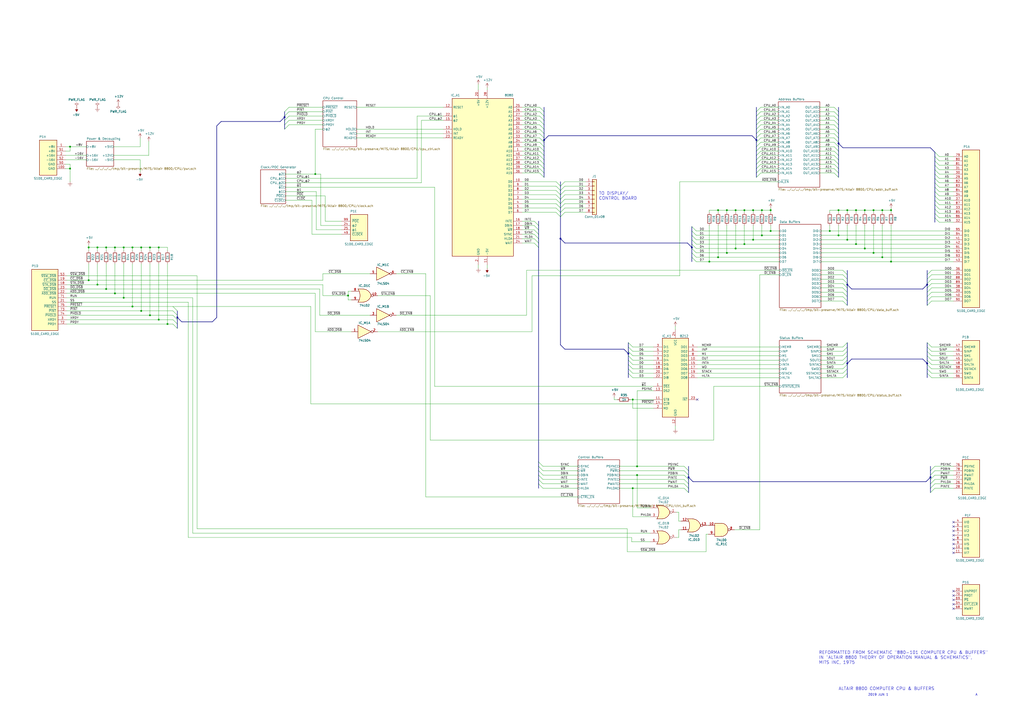
<source format=kicad_sch>
(kicad_sch (version 20230121) (generator eeschema)
  (paper "A2")
  (junction (at 436.88 121.92))
  (junction (at 421.64 121.92))
  (junction (at 438.785 81.28))
  (junction (at 325.12 138.43))
  (junction (at 92.075 185.42))
  (junction (at 66.675 170.18))
  (junction (at 399.415 276.86))
  (junction (at 51.435 162.56))
  (junction (at 51.435 143.51))
  (junction (at 367.03 283.21))
  (junction (at 481.33 133.985))
  (junction (at 92.075 143.51))
  (junction (at 71.755 172.72))
  (junction (at 496.57 141.605))
  (junction (at 496.57 121.92))
  (junction (at 102.87 184.15))
  (junction (at 416.56 121.92))
  (junction (at 501.65 144.145))
  (junction (at 486.41 121.92))
  (junction (at 81.915 180.34))
  (junction (at 431.8 121.92))
  (junction (at 364.49 205.105))
  (junction (at 506.73 121.92))
  (junction (at 369.57 275.59))
  (junction (at 86.995 143.51))
  (junction (at 491.49 121.92))
  (junction (at 165.1 67.945))
  (junction (at 447.04 121.92))
  (junction (at 315.595 81.28))
  (junction (at 66.675 143.51))
  (junction (at 76.835 143.51))
  (junction (at 539.75 276.86))
  (junction (at 491.49 165.1))
  (junction (at 436.88 139.065))
  (junction (at 182.88 100.965))
  (junction (at 537.845 210.82))
  (junction (at 61.595 143.51))
  (junction (at 486.41 83.185))
  (junction (at 86.995 182.88))
  (junction (at 61.595 167.64))
  (junction (at 501.65 121.92))
  (junction (at 367.03 231.775))
  (junction (at 416.56 149.225))
  (junction (at 201.93 171.45))
  (junction (at 447.04 133.985))
  (junction (at 421.64 146.685))
  (junction (at 369.57 270.51))
  (junction (at 537.845 165.1))
  (junction (at 40.64 85.09))
  (junction (at 441.96 121.92))
  (junction (at 511.81 149.225))
  (junction (at 97.155 187.96))
  (junction (at 76.835 177.8))
  (junction (at 431.8 141.605))
  (junction (at 56.515 143.51))
  (junction (at 426.72 144.145))
  (junction (at 441.96 136.525))
  (junction (at 401.32 143.51))
  (junction (at 40.64 97.79))
  (junction (at 411.48 151.765))
  (junction (at 71.755 143.51))
  (junction (at 426.72 121.92))
  (junction (at 491.49 210.82))
  (junction (at 516.89 121.92))
  (junction (at 511.81 121.92))
  (junction (at 486.41 136.525))
  (junction (at 516.89 151.765))
  (junction (at 491.49 139.065))
  (junction (at 56.515 165.1))
  (junction (at 506.73 146.685))
  (junction (at 81.915 143.51))
  (no_connect (at 553.085 318.135))
  (no_connect (at 553.085 310.515))
  (no_connect (at 553.085 315.595))
  (no_connect (at 553.085 342.9))
  (no_connect (at 553.085 347.98))
  (no_connect (at 553.085 320.675))
  (no_connect (at 553.085 307.975))
  (no_connect (at 553.085 345.44))
  (no_connect (at 553.085 302.895))
  (no_connect (at 553.085 305.435))
  (no_connect (at 553.085 353.06))
  (no_connect (at 553.085 350.52))
  (no_connect (at 404.495 231.775))
  (no_connect (at 553.085 313.055))
  (bus_entry (at 327.66 110.49) (size -2.54 2.54))
  (bus_entry (at 313.055 69.85) (size 2.54 2.54))
  (bus_entry (at 165.1 64.77) (size 2.54 -2.54))
  (bus_entry (at 488.95 219.075) (size 2.54 -2.54))
  (bus_entry (at 396.875 273.05) (size 2.54 2.54))
  (bus_entry (at 403.86 139.065) (size -2.54 -2.54))
  (bus_entry (at 403.86 149.225) (size -2.54 -2.54))
  (bus_entry (at 313.055 67.31) (size 2.54 2.54))
  (bus_entry (at 486.41 97.79) (size -2.54 -2.54))
  (bus_entry (at 403.86 133.985) (size -2.54 -2.54))
  (bus_entry (at 313.055 97.79) (size 2.54 2.54))
  (bus_entry (at 367.03 203.835) (size -2.54 -2.54))
  (bus_entry (at 322.58 110.49) (size 2.54 2.54))
  (bus_entry (at 441.325 95.25) (size -2.54 2.54))
  (bus_entry (at 367.03 206.375) (size -2.54 -2.54))
  (bus_entry (at 542.29 95.885) (size 2.54 2.54))
  (bus_entry (at 313.055 62.23) (size 2.54 2.54))
  (bus_entry (at 486.41 80.01) (size -2.54 -2.54))
  (bus_entry (at 309.88 135.89) (size 2.54 2.54))
  (bus_entry (at 312.42 273.05) (size 2.54 2.54))
  (bus_entry (at 313.055 92.71) (size 2.54 2.54))
  (bus_entry (at 396.875 283.21) (size 2.54 2.54))
  (bus_entry (at 542.29 121.285) (size 2.54 2.54))
  (bus_entry (at 165.1 74.93) (size 2.54 -2.54))
  (bus_entry (at 309.88 140.97) (size 2.54 2.54))
  (bus_entry (at 488.95 208.915) (size 2.54 -2.54))
  (bus_entry (at 313.055 80.01) (size 2.54 2.54))
  (bus_entry (at 367.03 216.535) (size -2.54 -2.54))
  (bus_entry (at 441.325 85.09) (size -2.54 2.54))
  (bus_entry (at 327.66 113.03) (size -2.54 2.54))
  (bus_entry (at 313.055 74.93) (size 2.54 2.54))
  (bus_entry (at 441.325 82.55) (size -2.54 2.54))
  (bus_entry (at 542.29 103.505) (size 2.54 2.54))
  (bus_entry (at 403.86 144.145) (size -2.54 -2.54))
  (bus_entry (at 486.41 77.47) (size -2.54 -2.54))
  (bus_entry (at 486.41 64.77) (size -2.54 -2.54))
  (bus_entry (at 540.385 159.385) (size -2.54 2.54))
  (bus_entry (at 537.845 213.995) (size 2.54 2.54))
  (bus_entry (at 486.41 100.33) (size -2.54 -2.54))
  (bus_entry (at 441.325 80.01) (size -2.54 2.54))
  (bus_entry (at 486.41 82.55) (size -2.54 -2.54))
  (bus_entry (at 441.325 72.39) (size -2.54 2.54))
  (bus_entry (at 403.86 151.765) (size -2.54 -2.54))
  (bus_entry (at 327.66 120.65) (size -2.54 2.54))
  (bus_entry (at 327.66 105.41) (size -2.54 2.54))
  (bus_entry (at 540.385 161.925) (size -2.54 2.54))
  (bus_entry (at 537.845 198.755) (size 2.54 2.54))
  (bus_entry (at 441.325 100.33) (size -2.54 2.54))
  (bus_entry (at 539.75 283.21) (size 2.54 -2.54))
  (bus_entry (at 441.325 92.71) (size -2.54 2.54))
  (bus_entry (at 322.58 123.19) (size 2.54 2.54))
  (bus_entry (at 327.66 123.19) (size -2.54 2.54))
  (bus_entry (at 403.86 141.605) (size -2.54 -2.54))
  (bus_entry (at 441.325 90.17) (size -2.54 2.54))
  (bus_entry (at 542.29 106.045) (size 2.54 2.54))
  (bus_entry (at 100.33 180.34) (size 2.54 2.54))
  (bus_entry (at 309.88 130.81) (size 2.54 2.54))
  (bus_entry (at 488.95 203.835) (size 2.54 -2.54))
  (bus_entry (at 367.03 213.995) (size -2.54 -2.54))
  (bus_entry (at 542.29 118.745) (size 2.54 2.54))
  (bus_entry (at 486.41 67.31) (size -2.54 -2.54))
  (bus_entry (at 488.95 201.295) (size 2.54 -2.54))
  (bus_entry (at 396.875 275.59) (size 2.54 2.54))
  (bus_entry (at 441.325 77.47) (size -2.54 2.54))
  (bus_entry (at 441.325 69.85) (size -2.54 2.54))
  (bus_entry (at 542.29 88.265) (size 2.54 2.54))
  (bus_entry (at 488.95 159.385) (size 2.54 2.54))
  (bus_entry (at 537.845 216.535) (size 2.54 2.54))
  (bus_entry (at 488.95 169.545) (size 2.54 2.54))
  (bus_entry (at 165.1 69.85) (size 2.54 -2.54))
  (bus_entry (at 441.325 87.63) (size -2.54 2.54))
  (bus_entry (at 488.95 174.625) (size 2.54 2.54))
  (bus_entry (at 486.41 74.93) (size -2.54 -2.54))
  (bus_entry (at 396.875 280.67) (size 2.54 2.54))
  (bus_entry (at 322.58 120.65) (size 2.54 2.54))
  (bus_entry (at 539.75 275.59) (size 2.54 -2.54))
  (bus_entry (at 100.33 177.8) (size 2.54 2.54))
  (bus_entry (at 396.875 278.13) (size 2.54 2.54))
  (bus_entry (at 488.95 164.465) (size 2.54 2.54))
  (bus_entry (at 396.875 270.51) (size 2.54 2.54))
  (bus_entry (at 441.325 67.31) (size -2.54 2.54))
  (bus_entry (at 100.33 182.88) (size 2.54 2.54))
  (bus_entry (at 165.1 72.39) (size 2.54 -2.54))
  (bus_entry (at 313.055 64.77) (size 2.54 2.54))
  (bus_entry (at 540.385 164.465) (size -2.54 2.54))
  (bus_entry (at 313.055 95.25) (size 2.54 2.54))
  (bus_entry (at 488.95 206.375) (size 2.54 -2.54))
  (bus_entry (at 322.58 105.41) (size 2.54 2.54))
  (bus_entry (at 542.29 93.345) (size 2.54 2.54))
  (bus_entry (at 540.385 169.545) (size -2.54 2.54))
  (bus_entry (at 488.95 156.845) (size 2.54 2.54))
  (bus_entry (at 539.75 278.13) (size 2.54 -2.54))
  (bus_entry (at 313.055 82.55) (size 2.54 2.54))
  (bus_entry (at 542.29 98.425) (size 2.54 2.54))
  (bus_entry (at 486.41 95.25) (size -2.54 -2.54))
  (bus_entry (at 165.1 67.31) (size 2.54 -2.54))
  (bus_entry (at 542.29 111.125) (size 2.54 2.54))
  (bus_entry (at 309.88 128.27) (size 2.54 2.54))
  (bus_entry (at 367.03 201.295) (size -2.54 -2.54))
  (bus_entry (at 100.33 185.42) (size 2.54 2.54))
  (bus_entry (at 539.75 280.67) (size 2.54 -2.54))
  (bus_entry (at 312.42 280.67) (size 2.54 2.54))
  (bus_entry (at 488.95 167.005) (size 2.54 2.54))
  (bus_entry (at 322.58 107.95) (size 2.54 2.54))
  (bus_entry (at 540.385 174.625) (size -2.54 2.54))
  (bus_entry (at 488.95 213.995) (size 2.54 -2.54))
  (bus_entry (at 540.385 156.845) (size -2.54 2.54))
  (bus_entry (at 309.88 138.43) (size 2.54 2.54))
  (bus_entry (at 539.75 285.75) (size 2.54 -2.54))
  (bus_entry (at 542.29 113.665) (size 2.54 2.54))
  (bus_entry (at 488.95 211.455) (size 2.54 -2.54))
  (bus_entry (at 539.75 273.05) (size 2.54 -2.54))
  (bus_entry (at 488.95 161.925) (size 2.54 2.54))
  (bus_entry (at 540.385 172.085) (size -2.54 2.54))
  (bus_entry (at 313.055 72.39) (size 2.54 2.54))
  (bus_entry (at 537.845 201.295) (size 2.54 2.54))
  (bus_entry (at 441.325 74.93) (size -2.54 2.54))
  (bus_entry (at 486.41 90.17) (size -2.54 -2.54))
  (bus_entry (at 537.845 208.915) (size 2.54 2.54))
  (bus_entry (at 327.66 115.57) (size -2.54 2.54))
  (bus_entry (at 488.95 172.085) (size 2.54 2.54))
  (bus_entry (at 312.42 275.59) (size 2.54 2.54))
  (bus_entry (at 313.055 100.33) (size 2.54 2.54))
  (bus_entry (at 312.42 270.51) (size 2.54 2.54))
  (bus_entry (at 542.29 108.585) (size 2.54 2.54))
  (bus_entry (at 313.055 77.47) (size 2.54 2.54))
  (bus_entry (at 488.95 216.535) (size 2.54 -2.54))
  (bus_entry (at 542.29 123.825) (size 2.54 2.54))
  (bus_entry (at 327.66 118.11) (size -2.54 2.54))
  (bus_entry (at 542.29 100.965) (size 2.54 2.54))
  (bus_entry (at 327.66 107.95) (size -2.54 2.54))
  (bus_entry (at 313.055 90.17) (size 2.54 2.54))
  (bus_entry (at 441.325 62.23) (size -2.54 2.54))
  (bus_entry (at 312.42 267.97) (size 2.54 2.54))
  (bus_entry (at 441.325 97.79) (size -2.54 2.54))
  (bus_entry (at 403.86 136.525) (size -2.54 -2.54))
  (bus_entry (at 403.86 146.685) (size -2.54 -2.54))
  (bus_entry (at 322.58 118.11) (size 2.54 2.54))
  (bus_entry (at 542.29 126.365) (size 2.54 2.54))
  (bus_entry (at 542.29 116.205) (size 2.54 2.54))
  (bus_entry (at 486.41 85.09) (size -2.54 -2.54))
  (bus_entry (at 312.42 278.13) (size 2.54 2.54))
  (bus_entry (at 537.845 211.455) (size 2.54 2.54))
  (bus_entry (at 367.03 208.915) (size -2.54 -2.54))
  (bus_entry (at 486.41 69.85) (size -2.54 -2.54))
  (bus_entry (at 542.29 90.805) (size 2.54 2.54))
  (bus_entry (at 537.845 206.375) (size 2.54 2.54))
  (bus_entry (at 322.58 115.57) (size 2.54 2.54))
  (bus_entry (at 367.03 219.075) (size -2.54 -2.54))
  (bus_entry (at 322.58 113.03) (size 2.54 2.54))
  (bus_entry (at 367.03 211.455) (size -2.54 -2.54))
  (bus_entry (at 540.385 167.005) (size -2.54 2.54))
  (bus_entry (at 537.845 203.835) (size 2.54 2.54))
  (bus_entry (at 313.055 87.63) (size 2.54 2.54))
  (bus_entry (at 309.88 133.35) (size 2.54 2.54))
  (bus_entry (at 441.325 64.77) (size -2.54 2.54))
  (bus_entry (at 486.41 102.87) (size -2.54 -2.54))
  (bus_entry (at 313.055 85.09) (size 2.54 2.54))
  (bus_entry (at 486.41 87.63) (size -2.54 -2.54))
  (bus_entry (at 486.41 72.39) (size -2.54 -2.54))
  (bus_entry (at 100.33 187.96) (size 2.54 2.54))
  (bus_entry (at 486.41 92.71) (size -2.54 -2.54))
  (wire (pts (xy 339.725 123.19) (xy 327.66 123.19)))
  (wire (pts (xy 476.25 136.525) (xy 486.41 136.525)))
  (wire (pts (xy 214.63 158.75) (xy 187.325 158.75)))
  (wire (pts (xy 476.25 151.765) (xy 516.89 151.765)))
  (bus (pts (xy 436.245 78.74) (xy 438.785 81.28)))
  (bus (pts (xy 315.595 77.47) (xy 315.595 80.01)))
  (wire (pts (xy 476.25 161.925) (xy 488.95 161.925)))
  (bus (pts (xy 401.32 133.985) (xy 401.32 136.525)))
  (wire (pts (xy 241.935 103.505) (xy 241.935 67.31)))
  (wire (pts (xy 451.485 100.33) (xy 441.325 100.33)))
  (bus (pts (xy 125.73 184.15) (xy 125.73 73.025)))
  (wire (pts (xy 553.085 93.345) (xy 544.83 93.345)))
  (bus (pts (xy 542.29 103.505) (xy 542.29 106.045)))
  (wire (pts (xy 244.475 69.85) (xy 257.175 69.85)))
  (wire (pts (xy 540.385 219.075) (xy 553.085 219.075)))
  (bus (pts (xy 165.1 67.31) (xy 165.1 67.945)))
  (wire (pts (xy 339.725 115.57) (xy 327.66 115.57)))
  (wire (pts (xy 66.675 153.035) (xy 66.675 170.18)))
  (wire (pts (xy 302.895 64.77) (xy 313.055 64.77)))
  (wire (pts (xy 76.835 143.51) (xy 81.915 143.51)))
  (wire (pts (xy 516.89 120.65) (xy 516.89 121.92)))
  (bus (pts (xy 537.845 206.375) (xy 537.845 208.915)))
  (bus (pts (xy 315.595 74.93) (xy 315.595 77.47)))
  (bus (pts (xy 315.595 100.33) (xy 315.595 102.87)))
  (wire (pts (xy 481.33 121.92) (xy 481.33 123.19)))
  (wire (pts (xy 475.615 77.47) (xy 483.87 77.47)))
  (wire (pts (xy 516.89 151.765) (xy 553.085 151.765)))
  (wire (pts (xy 61.595 143.51) (xy 61.595 145.415)))
  (wire (pts (xy 476.25 149.225) (xy 511.81 149.225)))
  (wire (pts (xy 486.41 130.81) (xy 486.41 136.525)))
  (wire (pts (xy 81.28 92.71) (xy 81.28 99.695)))
  (wire (pts (xy 302.895 113.03) (xy 322.58 113.03)))
  (wire (pts (xy 302.895 62.23) (xy 313.055 62.23)))
  (bus (pts (xy 491.49 213.995) (xy 491.49 216.535)))
  (wire (pts (xy 66.675 170.18) (xy 182.88 170.18)))
  (wire (pts (xy 335.28 283.21) (xy 314.96 283.21)))
  (wire (pts (xy 451.485 82.55) (xy 441.325 82.55)))
  (wire (pts (xy 475.615 69.85) (xy 483.87 69.85)))
  (wire (pts (xy 40.64 85.09) (xy 50.165 85.09)))
  (bus (pts (xy 165.1 67.945) (xy 165.1 69.85)))
  (bus (pts (xy 315.595 95.25) (xy 315.595 97.79)))
  (wire (pts (xy 553.085 103.505) (xy 544.83 103.505)))
  (bus (pts (xy 491.49 198.755) (xy 491.49 201.295)))
  (wire (pts (xy 540.385 203.835) (xy 553.085 203.835)))
  (bus (pts (xy 325.12 113.03) (xy 325.12 115.57)))
  (bus (pts (xy 486.41 100.33) (xy 486.41 102.87)))
  (wire (pts (xy 165.735 106.045) (xy 244.475 106.045)))
  (bus (pts (xy 539.75 276.86) (xy 539.75 278.13)))
  (wire (pts (xy 363.855 306.705) (xy 363.855 320.04)))
  (bus (pts (xy 539.75 280.67) (xy 539.75 283.21)))
  (bus (pts (xy 491.49 206.375) (xy 491.49 208.915)))
  (bus (pts (xy 401.32 146.685) (xy 401.32 149.225)))
  (bus (pts (xy 542.29 100.965) (xy 542.29 103.505)))
  (bus (pts (xy 315.595 92.71) (xy 315.595 95.25)))
  (bus (pts (xy 491.49 203.835) (xy 491.49 206.375)))
  (wire (pts (xy 511.81 121.92) (xy 516.89 121.92)))
  (wire (pts (xy 165.735 108.585) (xy 252.095 108.585)))
  (bus (pts (xy 315.595 69.85) (xy 315.595 72.39)))
  (bus (pts (xy 364.49 213.995) (xy 364.49 216.535)))
  (wire (pts (xy 111.76 309.245) (xy 377.19 309.245)))
  (bus (pts (xy 364.49 211.455) (xy 364.49 213.995)))
  (wire (pts (xy 38.1 87.63) (xy 40.64 87.63)))
  (wire (pts (xy 302.895 110.49) (xy 322.58 110.49)))
  (wire (pts (xy 369.57 226.695) (xy 379.095 226.695)))
  (wire (pts (xy 335.28 278.13) (xy 314.96 278.13)))
  (bus (pts (xy 165.1 69.85) (xy 165.1 72.39)))
  (wire (pts (xy 436.88 130.81) (xy 436.88 139.065)))
  (wire (pts (xy 553.085 123.825) (xy 544.83 123.825)))
  (wire (pts (xy 553.085 156.845) (xy 540.385 156.845)))
  (wire (pts (xy 302.895 67.31) (xy 313.055 67.31)))
  (wire (pts (xy 511.81 121.92) (xy 511.81 123.19)))
  (bus (pts (xy 542.29 93.345) (xy 542.29 95.885)))
  (bus (pts (xy 438.785 77.47) (xy 438.785 80.01)))
  (bus (pts (xy 488.95 85.725) (xy 539.75 85.725)))
  (wire (pts (xy 553.085 164.465) (xy 540.385 164.465)))
  (wire (pts (xy 219.075 192.405) (xy 308.61 192.405)))
  (wire (pts (xy 447.04 130.81) (xy 447.04 133.985)))
  (wire (pts (xy 187.325 165.1) (xy 187.325 171.45)))
  (wire (pts (xy 431.8 130.81) (xy 431.8 141.605)))
  (bus (pts (xy 438.785 90.17) (xy 438.785 92.71)))
  (wire (pts (xy 451.485 74.93) (xy 441.325 74.93)))
  (wire (pts (xy 451.485 62.23) (xy 441.325 62.23)))
  (bus (pts (xy 312.42 140.97) (xy 312.42 143.51)))
  (wire (pts (xy 393.7 302.26) (xy 393.7 297.18)))
  (wire (pts (xy 247.015 158.75) (xy 247.015 288.29)))
  (wire (pts (xy 553.085 273.05) (xy 542.29 273.05)))
  (bus (pts (xy 399.415 276.86) (xy 399.415 278.13)))
  (wire (pts (xy 302.895 77.47) (xy 313.055 77.47)))
  (wire (pts (xy 553.085 280.67) (xy 542.29 280.67)))
  (wire (pts (xy 411.48 130.81) (xy 411.48 151.765)))
  (bus (pts (xy 312.42 135.89) (xy 312.42 138.43)))
  (wire (pts (xy 452.12 151.765) (xy 411.48 151.765)))
  (wire (pts (xy 452.12 144.145) (xy 426.72 144.145)))
  (wire (pts (xy 476.25 141.605) (xy 496.57 141.605)))
  (wire (pts (xy 416.56 121.92) (xy 416.56 123.19)))
  (wire (pts (xy 476.25 203.835) (xy 488.95 203.835)))
  (wire (pts (xy 201.93 171.45) (xy 187.325 171.45)))
  (wire (pts (xy 404.495 219.075) (xy 452.12 219.075)))
  (wire (pts (xy 404.495 201.295) (xy 452.12 201.295)))
  (wire (pts (xy 38.735 167.64) (xy 61.595 167.64)))
  (bus (pts (xy 542.29 111.125) (xy 542.29 113.665)))
  (wire (pts (xy 394.97 302.26) (xy 393.7 302.26)))
  (bus (pts (xy 491.49 172.085) (xy 491.49 174.625)))
  (bus (pts (xy 539.75 85.725) (xy 542.29 88.265)))
  (wire (pts (xy 335.28 270.51) (xy 314.96 270.51)))
  (wire (pts (xy 187.325 74.93) (xy 182.88 74.93)))
  (wire (pts (xy 501.65 121.92) (xy 506.73 121.92)))
  (wire (pts (xy 451.485 97.79) (xy 441.325 97.79)))
  (bus (pts (xy 401.32 136.525) (xy 401.32 139.065)))
  (wire (pts (xy 86.36 90.17) (xy 86.36 81.915)))
  (wire (pts (xy 38.735 185.42) (xy 92.075 185.42)))
  (wire (pts (xy 476.25 216.535) (xy 488.95 216.535)))
  (bus (pts (xy 537.845 201.295) (xy 537.845 203.835)))
  (bus (pts (xy 438.785 62.23) (xy 438.785 64.77)))
  (wire (pts (xy 97.155 143.51) (xy 97.155 145.415)))
  (wire (pts (xy 441.96 121.92) (xy 447.04 121.92)))
  (bus (pts (xy 102.87 185.42) (xy 102.87 187.96)))
  (wire (pts (xy 38.735 165.1) (xy 56.515 165.1)))
  (bus (pts (xy 315.595 67.31) (xy 315.595 69.85)))
  (bus (pts (xy 312.42 267.97) (xy 312.42 270.51)))
  (bus (pts (xy 325.12 138.43) (xy 327.66 140.97)))
  (bus (pts (xy 438.785 67.31) (xy 438.785 69.85)))
  (bus (pts (xy 325.12 138.43) (xy 325.12 200.025)))
  (wire (pts (xy 219.075 171.45) (xy 249.555 171.45)))
  (wire (pts (xy 553.085 108.585) (xy 544.83 108.585)))
  (bus (pts (xy 537.845 208.915) (xy 537.845 210.82)))
  (wire (pts (xy 501.65 121.92) (xy 501.65 123.19)))
  (wire (pts (xy 475.615 97.79) (xy 483.87 97.79)))
  (wire (pts (xy 491.49 139.065) (xy 553.085 139.065)))
  (wire (pts (xy 553.085 167.005) (xy 540.385 167.005)))
  (wire (pts (xy 553.085 270.51) (xy 542.29 270.51)))
  (bus (pts (xy 102.87 184.15) (xy 105.41 186.69)))
  (wire (pts (xy 51.435 142.24) (xy 51.435 143.51)))
  (bus (pts (xy 125.73 73.025) (xy 128.27 70.485)))
  (wire (pts (xy 308.61 160.02) (xy 308.61 192.405)))
  (wire (pts (xy 391.795 247.015) (xy 391.795 248.92)))
  (bus (pts (xy 535.305 167.64) (xy 537.845 165.1)))
  (bus (pts (xy 438.785 72.39) (xy 438.785 74.93)))
  (wire (pts (xy 198.12 130.81) (xy 186.055 130.81)))
  (wire (pts (xy 447.04 121.92) (xy 447.04 123.19)))
  (wire (pts (xy 187.325 72.39) (xy 167.64 72.39)))
  (bus (pts (xy 399.415 275.59) (xy 399.415 276.86)))
  (bus (pts (xy 535.305 208.28) (xy 537.845 210.82)))
  (wire (pts (xy 71.755 172.72) (xy 111.76 172.72)))
  (wire (pts (xy 40.64 87.63) (xy 40.64 85.09)))
  (bus (pts (xy 325.12 200.025) (xy 327.66 202.565)))
  (bus (pts (xy 542.29 95.885) (xy 542.29 98.425)))
  (wire (pts (xy 452.12 141.605) (xy 431.8 141.605)))
  (wire (pts (xy 491.49 121.92) (xy 496.57 121.92)))
  (bus (pts (xy 539.75 275.59) (xy 539.75 276.86)))
  (wire (pts (xy 426.72 144.145) (xy 403.86 144.145)))
  (wire (pts (xy 476.25 146.685) (xy 506.73 146.685)))
  (wire (pts (xy 475.615 67.31) (xy 483.87 67.31)))
  (bus (pts (xy 361.95 202.565) (xy 364.49 205.105)))
  (bus (pts (xy 315.595 82.55) (xy 315.595 85.09)))
  (wire (pts (xy 553.085 95.885) (xy 544.83 95.885)))
  (wire (pts (xy 366.395 311.785) (xy 366.395 314.325)))
  (wire (pts (xy 436.88 139.065) (xy 403.86 139.065)))
  (wire (pts (xy 111.76 309.245) (xy 111.76 172.72)))
  (bus (pts (xy 325.12 125.73) (xy 325.12 138.43)))
  (wire (pts (xy 207.01 62.23) (xy 257.175 62.23)))
  (bus (pts (xy 401.955 279.4) (xy 537.21 279.4)))
  (wire (pts (xy 451.485 77.47) (xy 441.325 77.47)))
  (wire (pts (xy 302.895 120.65) (xy 322.58 120.65)))
  (wire (pts (xy 440.69 159.385) (xy 452.12 159.385)))
  (wire (pts (xy 392.43 311.785) (xy 393.7 311.785)))
  (wire (pts (xy 302.895 135.89) (xy 309.88 135.89)))
  (wire (pts (xy 451.485 90.17) (xy 441.325 90.17)))
  (wire (pts (xy 40.64 97.79) (xy 40.64 105.41)))
  (wire (pts (xy 207.01 80.01) (xy 257.175 80.01)))
  (wire (pts (xy 411.48 121.92) (xy 411.48 123.19)))
  (wire (pts (xy 339.725 118.11) (xy 327.66 118.11)))
  (wire (pts (xy 553.085 98.425) (xy 544.83 98.425)))
  (bus (pts (xy 364.49 205.105) (xy 364.49 206.375)))
  (wire (pts (xy 516.89 130.81) (xy 516.89 151.765)))
  (wire (pts (xy 414.02 224.155) (xy 452.12 224.155)))
  (wire (pts (xy 302.895 138.43) (xy 309.88 138.43)))
  (bus (pts (xy 165.1 64.77) (xy 165.1 67.31)))
  (wire (pts (xy 421.64 121.92) (xy 421.64 123.19)))
  (bus (pts (xy 491.49 159.385) (xy 491.49 161.925)))
  (bus (pts (xy 535.305 208.28) (xy 494.03 208.28)))
  (wire (pts (xy 61.595 153.035) (xy 61.595 167.64)))
  (bus (pts (xy 542.29 126.365) (xy 542.29 128.905)))
  (wire (pts (xy 86.995 143.51) (xy 92.075 143.51)))
  (bus (pts (xy 537.845 167.005) (xy 537.845 169.545)))
  (wire (pts (xy 431.8 141.605) (xy 403.86 141.605)))
  (bus (pts (xy 364.49 208.915) (xy 364.49 211.455)))
  (bus (pts (xy 399.415 270.51) (xy 399.415 273.05)))
  (bus (pts (xy 539.75 283.21) (xy 539.75 285.75)))
  (wire (pts (xy 302.895 128.27) (xy 309.88 128.27)))
  (wire (pts (xy 249.555 171.45) (xy 249.555 255.27)))
  (wire (pts (xy 302.895 130.81) (xy 309.88 130.81)))
  (bus (pts (xy 312.42 128.27) (xy 312.42 130.81)))
  (wire (pts (xy 180.34 234.315) (xy 379.095 234.315)))
  (wire (pts (xy 540.385 208.915) (xy 553.085 208.915)))
  (bus (pts (xy 486.41 92.71) (xy 486.41 95.25)))
  (bus (pts (xy 364.49 216.535) (xy 364.49 219.075)))
  (wire (pts (xy 553.085 100.965) (xy 544.83 100.965)))
  (wire (pts (xy 451.485 69.85) (xy 441.325 69.85)))
  (bus (pts (xy 486.41 83.185) (xy 486.41 85.09)))
  (wire (pts (xy 302.895 107.95) (xy 322.58 107.95)))
  (bus (pts (xy 486.41 64.77) (xy 486.41 67.31)))
  (bus (pts (xy 315.595 87.63) (xy 315.595 90.17)))
  (bus (pts (xy 491.49 201.295) (xy 491.49 203.835)))
  (wire (pts (xy 553.085 283.21) (xy 542.29 283.21)))
  (bus (pts (xy 438.785 69.85) (xy 438.785 72.39)))
  (wire (pts (xy 302.895 100.33) (xy 313.055 100.33)))
  (wire (pts (xy 367.03 299.72) (xy 377.19 299.72)))
  (wire (pts (xy 496.57 121.92) (xy 496.57 123.19)))
  (wire (pts (xy 183.515 111.125) (xy 165.735 111.125)))
  (wire (pts (xy 476.25 206.375) (xy 488.95 206.375)))
  (bus (pts (xy 105.41 186.69) (xy 123.19 186.69)))
  (wire (pts (xy 452.12 133.985) (xy 447.04 133.985)))
  (wire (pts (xy 76.835 143.51) (xy 76.835 145.415)))
  (bus (pts (xy 542.29 90.805) (xy 542.29 93.345)))
  (bus (pts (xy 325.12 123.19) (xy 325.12 125.73)))
  (wire (pts (xy 379.095 201.295) (xy 367.03 201.295)))
  (wire (pts (xy 66.04 92.71) (xy 81.28 92.71)))
  (bus (pts (xy 486.41 77.47) (xy 486.41 80.01)))
  (wire (pts (xy 452.12 149.225) (xy 416.56 149.225)))
  (wire (pts (xy 451.485 72.39) (xy 441.325 72.39)))
  (bus (pts (xy 325.12 118.11) (xy 325.12 120.65)))
  (wire (pts (xy 302.895 97.79) (xy 313.055 97.79)))
  (bus (pts (xy 102.87 184.15) (xy 102.87 185.42)))
  (wire (pts (xy 491.49 130.81) (xy 491.49 139.065)))
  (wire (pts (xy 421.64 121.92) (xy 426.72 121.92)))
  (wire (pts (xy 451.485 92.71) (xy 441.325 92.71)))
  (wire (pts (xy 365.76 231.775) (xy 367.03 231.775)))
  (bus (pts (xy 312.42 138.43) (xy 312.42 140.97)))
  (wire (pts (xy 198.12 133.35) (xy 183.515 133.35)))
  (wire (pts (xy 86.995 143.51) (xy 86.995 145.415)))
  (bus (pts (xy 537.845 174.625) (xy 537.845 177.165)))
  (wire (pts (xy 86.995 153.035) (xy 86.995 182.88)))
  (wire (pts (xy 61.595 167.64) (xy 185.42 167.64)))
  (bus (pts (xy 102.87 180.34) (xy 102.87 182.88)))
  (wire (pts (xy 282.575 153.67) (xy 282.575 155.575)))
  (wire (pts (xy 180.34 177.8) (xy 180.34 234.315)))
  (bus (pts (xy 325.12 105.41) (xy 325.12 107.95)))
  (wire (pts (xy 481.33 121.92) (xy 486.41 121.92)))
  (wire (pts (xy 359.41 280.67) (xy 396.875 280.67)))
  (wire (pts (xy 416.56 149.225) (xy 403.86 149.225)))
  (wire (pts (xy 356.235 231.775) (xy 358.14 231.775)))
  (bus (pts (xy 315.595 85.09) (xy 315.595 87.63)))
  (wire (pts (xy 553.085 128.905) (xy 544.83 128.905)))
  (wire (pts (xy 302.895 69.85) (xy 313.055 69.85)))
  (bus (pts (xy 361.95 202.565) (xy 327.66 202.565)))
  (wire (pts (xy 114.3 306.705) (xy 114.3 160.02)))
  (wire (pts (xy 476.25 201.295) (xy 488.95 201.295)))
  (wire (pts (xy 544.83 116.205) (xy 553.085 116.205)))
  (wire (pts (xy 553.085 106.045) (xy 544.83 106.045)))
  (bus (pts (xy 325.12 110.49) (xy 325.12 113.03)))
  (wire (pts (xy 244.475 106.045) (xy 244.475 69.85)))
  (wire (pts (xy 182.88 170.18) (xy 182.88 192.405)))
  (wire (pts (xy 476.25 133.985) (xy 481.33 133.985)))
  (wire (pts (xy 180.975 135.89) (xy 180.975 116.205)))
  (bus (pts (xy 537.845 172.085) (xy 537.845 174.625)))
  (bus (pts (xy 165.1 72.39) (xy 165.1 74.93)))
  (wire (pts (xy 540.385 206.375) (xy 553.085 206.375)))
  (wire (pts (xy 359.41 283.21) (xy 367.03 283.21)))
  (wire (pts (xy 540.385 211.455) (xy 553.085 211.455)))
  (bus (pts (xy 315.595 62.23) (xy 315.595 64.77)))
  (wire (pts (xy 475.615 72.39) (xy 483.87 72.39)))
  (wire (pts (xy 38.735 187.96) (xy 97.155 187.96)))
  (wire (pts (xy 426.085 307.34) (xy 440.69 307.34)))
  (bus (pts (xy 364.49 198.755) (xy 364.49 201.295)))
  (bus (pts (xy 491.49 208.915) (xy 491.49 210.82)))
  (wire (pts (xy 51.435 162.56) (xy 187.325 162.56)))
  (wire (pts (xy 302.895 115.57) (xy 322.58 115.57)))
  (bus (pts (xy 312.42 270.51) (xy 312.42 273.05)))
  (wire (pts (xy 553.085 275.59) (xy 542.29 275.59)))
  (wire (pts (xy 38.1 92.71) (xy 50.165 92.71)))
  (bus (pts (xy 401.32 139.065) (xy 401.32 141.605)))
  (wire (pts (xy 496.57 130.81) (xy 496.57 141.605)))
  (wire (pts (xy 475.615 85.09) (xy 483.87 85.09)))
  (wire (pts (xy 369.57 275.59) (xy 369.57 294.64)))
  (bus (pts (xy 486.41 67.31) (xy 486.41 69.85)))
  (wire (pts (xy 335.28 280.67) (xy 314.96 280.67)))
  (wire (pts (xy 302.895 140.97) (xy 309.88 140.97)))
  (wire (pts (xy 66.04 90.17) (xy 86.36 90.17)))
  (wire (pts (xy 404.495 211.455) (xy 452.12 211.455)))
  (bus (pts (xy 539.75 278.13) (xy 539.75 280.67)))
  (wire (pts (xy 379.095 211.455) (xy 367.03 211.455)))
  (wire (pts (xy 475.615 80.01) (xy 483.87 80.01)))
  (wire (pts (xy 367.03 236.855) (xy 367.03 231.775)))
  (wire (pts (xy 379.095 216.535) (xy 367.03 216.535)))
  (bus (pts (xy 537.21 279.4) (xy 539.75 276.86)))
  (bus (pts (xy 486.41 69.85) (xy 486.41 72.39)))
  (bus (pts (xy 315.595 80.01) (xy 315.595 81.28)))
  (wire (pts (xy 38.1 85.09) (xy 40.64 85.09)))
  (wire (pts (xy 540.385 213.995) (xy 553.085 213.995)))
  (wire (pts (xy 51.435 153.035) (xy 51.435 162.56)))
  (bus (pts (xy 438.785 87.63) (xy 438.785 90.17)))
  (wire (pts (xy 183.515 133.35) (xy 183.515 111.125)))
  (wire (pts (xy 553.085 121.285) (xy 544.83 121.285)))
  (wire (pts (xy 410.21 304.8) (xy 410.845 304.8)))
  (bus (pts (xy 438.785 81.28) (xy 438.785 82.55)))
  (wire (pts (xy 475.615 87.63) (xy 483.87 87.63)))
  (wire (pts (xy 414.02 255.27) (xy 414.02 224.155)))
  (wire (pts (xy 411.48 151.765) (xy 403.86 151.765)))
  (wire (pts (xy 182.88 100.965) (xy 182.88 74.93)))
  (wire (pts (xy 394.335 105.41) (xy 451.485 105.41)))
  (wire (pts (xy 38.735 182.88) (xy 86.995 182.88)))
  (wire (pts (xy 404.495 203.835) (xy 452.12 203.835)))
  (wire (pts (xy 421.64 146.685) (xy 403.86 146.685)))
  (wire (pts (xy 404.495 208.915) (xy 452.12 208.915)))
  (wire (pts (xy 369.57 275.59) (xy 396.875 275.59)))
  (wire (pts (xy 308.61 160.02) (xy 394.335 160.02)))
  (wire (pts (xy 302.895 118.11) (xy 322.58 118.11)))
  (bus (pts (xy 542.29 113.665) (xy 542.29 116.205)))
  (wire (pts (xy 379.095 208.915) (xy 367.03 208.915)))
  (bus (pts (xy 542.29 121.285) (xy 542.29 123.825)))
  (bus (pts (xy 491.49 164.465) (xy 491.49 165.1)))
  (wire (pts (xy 38.735 175.26) (xy 109.22 175.26)))
  (wire (pts (xy 109.22 175.26) (xy 109.22 311.785)))
  (bus (pts (xy 312.42 143.51) (xy 312.42 267.97)))
  (bus (pts (xy 491.49 174.625) (xy 491.49 177.165)))
  (wire (pts (xy 506.73 146.685) (xy 553.085 146.685)))
  (wire (pts (xy 302.895 95.25) (xy 313.055 95.25)))
  (wire (pts (xy 377.19 294.64) (xy 369.57 294.64)))
  (wire (pts (xy 367.03 236.855) (xy 379.095 236.855)))
  (wire (pts (xy 92.075 143.51) (xy 97.155 143.51)))
  (wire (pts (xy 404.495 206.375) (xy 452.12 206.375)))
  (bus (pts (xy 399.415 276.86) (xy 401.955 279.4)))
  (bus (pts (xy 438.785 85.09) (xy 438.785 87.63)))
  (wire (pts (xy 71.755 143.51) (xy 76.835 143.51)))
  (bus (pts (xy 315.595 81.28) (xy 315.595 82.55)))
  (bus (pts (xy 486.41 82.55) (xy 486.41 83.185)))
  (wire (pts (xy 229.87 182.88) (xy 305.435 182.88)))
  (wire (pts (xy 431.8 121.92) (xy 431.8 123.19)))
  (bus (pts (xy 486.41 85.09) (xy 486.41 87.63)))
  (wire (pts (xy 188.595 128.27) (xy 198.12 128.27)))
  (wire (pts (xy 207.01 74.93) (xy 257.175 74.93)))
  (bus (pts (xy 486.41 97.79) (xy 486.41 100.33)))
  (wire (pts (xy 476.25 211.455) (xy 488.95 211.455)))
  (bus (pts (xy 486.41 80.01) (xy 486.41 82.55)))
  (bus (pts (xy 539.75 270.51) (xy 539.75 273.05)))
  (bus (pts (xy 398.78 140.97) (xy 401.32 143.51)))
  (wire (pts (xy 369.57 270.51) (xy 396.875 270.51)))
  (bus (pts (xy 312.42 130.81) (xy 312.42 133.35)))
  (wire (pts (xy 516.89 121.92) (xy 516.89 123.19)))
  (bus (pts (xy 537.845 203.835) (xy 537.845 206.375)))
  (bus (pts (xy 491.49 167.005) (xy 491.49 169.545)))
  (wire (pts (xy 426.72 130.81) (xy 426.72 144.145)))
  (bus (pts (xy 537.845 156.845) (xy 537.845 159.385)))
  (wire (pts (xy 501.65 144.145) (xy 553.085 144.145)))
  (wire (pts (xy 198.12 135.89) (xy 180.975 135.89)))
  (wire (pts (xy 476.25 159.385) (xy 488.95 159.385)))
  (wire (pts (xy 431.8 121.92) (xy 436.88 121.92)))
  (wire (pts (xy 393.7 297.18) (xy 392.43 297.18)))
  (wire (pts (xy 81.915 143.51) (xy 86.995 143.51)))
  (bus (pts (xy 542.29 116.205) (xy 542.29 118.745)))
  (wire (pts (xy 185.42 182.88) (xy 214.63 182.88)))
  (wire (pts (xy 71.755 153.035) (xy 71.755 172.72)))
  (wire (pts (xy 481.33 130.81) (xy 481.33 133.985)))
  (wire (pts (xy 277.495 48.895) (xy 277.495 52.07)))
  (wire (pts (xy 447.04 133.985) (xy 403.86 133.985)))
  (bus (pts (xy 537.845 161.925) (xy 537.845 164.465)))
  (bus (pts (xy 399.415 280.67) (xy 399.415 283.21)))
  (wire (pts (xy 476.25 164.465) (xy 488.95 164.465)))
  (wire (pts (xy 359.41 278.13) (xy 396.875 278.13)))
  (bus (pts (xy 491.49 210.82) (xy 494.03 208.28)))
  (wire (pts (xy 38.735 180.34) (xy 81.915 180.34)))
  (wire (pts (xy 475.615 82.55) (xy 483.87 82.55)))
  (wire (pts (xy 187.325 69.85) (xy 167.64 69.85)))
  (wire (pts (xy 165.735 113.665) (xy 188.595 113.665)))
  (wire (pts (xy 81.915 153.035) (xy 81.915 180.34)))
  (wire (pts (xy 38.735 160.02) (xy 114.3 160.02)))
  (bus (pts (xy 318.135 78.74) (xy 436.245 78.74)))
  (wire (pts (xy 201.93 173.99) (xy 203.835 173.99)))
  (wire (pts (xy 51.435 143.51) (xy 56.515 143.51)))
  (bus (pts (xy 491.49 156.845) (xy 491.49 159.385)))
  (wire (pts (xy 92.075 185.42) (xy 100.33 185.42)))
  (wire (pts (xy 339.725 105.41) (xy 327.66 105.41)))
  (wire (pts (xy 201.93 171.45) (xy 201.93 173.99)))
  (wire (pts (xy 366.395 314.325) (xy 377.19 314.325)))
  (wire (pts (xy 339.725 120.65) (xy 327.66 120.65)))
  (bus (pts (xy 123.19 186.69) (xy 125.73 184.15)))
  (bus (pts (xy 312.42 273.05) (xy 312.42 275.59)))
  (wire (pts (xy 76.835 177.8) (xy 100.33 177.8)))
  (bus (pts (xy 315.595 81.28) (xy 318.135 78.74)))
  (wire (pts (xy 486.41 136.525) (xy 553.085 136.525)))
  (wire (pts (xy 51.435 143.51) (xy 51.435 145.415)))
  (bus (pts (xy 542.29 123.825) (xy 542.29 126.365)))
  (wire (pts (xy 249.555 255.27) (xy 414.02 255.27)))
  (wire (pts (xy 305.435 156.845) (xy 305.435 182.88)))
  (bus (pts (xy 491.49 210.82) (xy 491.49 211.455)))
  (wire (pts (xy 66.04 85.09) (xy 81.28 85.09)))
  (wire (pts (xy 56.515 153.035) (xy 56.515 165.1)))
  (wire (pts (xy 359.41 270.51) (xy 369.57 270.51)))
  (wire (pts (xy 476.25 169.545) (xy 488.95 169.545)))
  (wire (pts (xy 426.72 121.92) (xy 426.72 123.19)))
  (wire (pts (xy 379.095 213.995) (xy 367.03 213.995)))
  (wire (pts (xy 363.855 320.04) (xy 409.575 320.04)))
  (bus (pts (xy 364.49 206.375) (xy 364.49 208.915)))
  (wire (pts (xy 38.735 177.8) (xy 76.835 177.8)))
  (wire (pts (xy 81.28 80.01) (xy 81.28 85.09)))
  (wire (pts (xy 476.25 174.625) (xy 488.95 174.625)))
  (wire (pts (xy 553.085 169.545) (xy 540.385 169.545)))
  (bus (pts (xy 398.78 140.97) (xy 327.66 140.97)))
  (wire (pts (xy 486.41 121.92) (xy 491.49 121.92)))
  (wire (pts (xy 440.69 159.385) (xy 440.69 307.34)))
  (bus (pts (xy 438.785 100.33) (xy 438.785 102.87)))
  (bus (pts (xy 325.12 120.65) (xy 325.12 123.19)))
  (wire (pts (xy 114.3 306.705) (xy 363.855 306.705)))
  (wire (pts (xy 92.075 153.035) (xy 92.075 185.42)))
  (wire (pts (xy 40.64 95.25) (xy 40.64 97.79)))
  (wire (pts (xy 476.25 213.995) (xy 488.95 213.995)))
  (bus (pts (xy 486.41 90.17) (xy 486.41 92.71)))
  (wire (pts (xy 476.25 167.005) (xy 488.95 167.005)))
  (bus (pts (xy 537.845 165.1) (xy 537.845 167.005)))
  (wire (pts (xy 476.25 139.065) (xy 491.49 139.065)))
  (wire (pts (xy 476.25 144.145) (xy 501.65 144.145)))
  (bus (pts (xy 312.42 280.67) (xy 312.42 283.21)))
  (wire (pts (xy 553.085 118.745) (xy 544.83 118.745)))
  (bus (pts (xy 315.595 64.77) (xy 315.595 67.31)))
  (wire (pts (xy 421.64 130.81) (xy 421.64 146.685)))
  (bus (pts (xy 491.49 165.1) (xy 491.49 167.005)))
  (wire (pts (xy 511.81 149.225) (xy 553.085 149.225)))
  (wire (pts (xy 335.28 273.05) (xy 314.96 273.05)))
  (wire (pts (xy 369.57 226.695) (xy 369.57 270.51)))
  (wire (pts (xy 302.895 90.17) (xy 313.055 90.17)))
  (wire (pts (xy 109.22 311.785) (xy 366.395 311.785)))
  (bus (pts (xy 491.49 161.925) (xy 491.49 164.465)))
  (bus (pts (xy 535.305 167.64) (xy 494.03 167.64)))
  (wire (pts (xy 475.615 64.77) (xy 483.87 64.77)))
  (wire (pts (xy 506.73 130.81) (xy 506.73 146.685)))
  (wire (pts (xy 38.735 172.72) (xy 71.755 172.72)))
  (wire (pts (xy 416.56 130.81) (xy 416.56 149.225)))
  (wire (pts (xy 416.56 121.92) (xy 421.64 121.92)))
  (wire (pts (xy 553.085 126.365) (xy 544.83 126.365)))
  (wire (pts (xy 38.735 170.18) (xy 66.675 170.18)))
  (wire (pts (xy 486.41 121.92) (xy 486.41 123.19)))
  (wire (pts (xy 553.085 90.805) (xy 544.83 90.805)))
  (wire (pts (xy 92.075 143.51) (xy 92.075 145.415)))
  (bus (pts (xy 364.49 201.295) (xy 364.49 203.835)))
  (bus (pts (xy 325.12 115.57) (xy 325.12 118.11)))
  (bus (pts (xy 542.29 106.045) (xy 542.29 108.585)))
  (wire (pts (xy 410.845 309.88) (xy 409.575 309.88)))
  (bus (pts (xy 438.785 95.25) (xy 438.785 97.79)))
  (bus (pts (xy 399.415 283.21) (xy 399.415 285.75)))
  (wire (pts (xy 203.835 168.91) (xy 201.93 168.91)))
  (wire (pts (xy 302.895 85.09) (xy 313.055 85.09)))
  (wire (pts (xy 359.41 275.59) (xy 369.57 275.59)))
  (wire (pts (xy 553.085 161.925) (xy 540.385 161.925)))
  (wire (pts (xy 496.57 141.605) (xy 553.085 141.605)))
  (wire (pts (xy 56.515 165.1) (xy 187.325 165.1)))
  (bus (pts (xy 364.49 203.835) (xy 364.49 205.105)))
  (wire (pts (xy 38.1 97.79) (xy 40.64 97.79)))
  (bus (pts (xy 312.42 278.13) (xy 312.42 280.67)))
  (bus (pts (xy 542.29 88.265) (xy 542.29 90.805)))
  (bus (pts (xy 491.49 169.545) (xy 491.49 172.085)))
  (wire (pts (xy 187.325 67.31) (xy 167.64 67.31)))
  (wire (pts (xy 475.615 74.93) (xy 483.87 74.93)))
  (wire (pts (xy 367.03 231.775) (xy 379.095 231.775)))
  (wire (pts (xy 247.015 288.29) (xy 335.28 288.29)))
  (wire (pts (xy 252.095 224.155) (xy 379.095 224.155)))
  (wire (pts (xy 441.96 136.525) (xy 403.86 136.525)))
  (wire (pts (xy 441.96 130.81) (xy 441.96 136.525)))
  (bus (pts (xy 438.785 82.55) (xy 438.785 85.09)))
  (wire (pts (xy 97.155 153.035) (xy 97.155 187.96)))
  (wire (pts (xy 187.325 162.56) (xy 187.325 158.75)))
  (wire (pts (xy 305.435 156.845) (xy 452.12 156.845)))
  (wire (pts (xy 38.1 90.17) (xy 50.165 90.17)))
  (wire (pts (xy 302.895 133.35) (xy 309.88 133.35)))
  (wire (pts (xy 100.33 177.8) (xy 180.34 177.8)))
  (wire (pts (xy 451.485 87.63) (xy 441.325 87.63)))
  (bus (pts (xy 399.415 278.13) (xy 399.415 280.67)))
  (wire (pts (xy 66.675 143.51) (xy 66.675 145.415)))
  (bus (pts (xy 438.785 74.93) (xy 438.785 77.47)))
  (wire (pts (xy 302.895 74.93) (xy 313.055 74.93)))
  (bus (pts (xy 312.42 133.35) (xy 312.42 135.89)))
  (wire (pts (xy 339.725 113.03) (xy 327.66 113.03)))
  (wire (pts (xy 187.325 64.77) (xy 167.64 64.77)))
  (bus (pts (xy 486.41 87.63) (xy 486.41 90.17)))
  (wire (pts (xy 187.325 62.23) (xy 167.64 62.23)))
  (wire (pts (xy 356.235 230.505) (xy 356.235 231.775)))
  (wire (pts (xy 506.73 121.92) (xy 506.73 123.19)))
  (wire (pts (xy 481.33 133.985) (xy 553.085 133.985)))
  (wire (pts (xy 56.515 145.415) (xy 56.515 143.51)))
  (wire (pts (xy 411.48 121.92) (xy 416.56 121.92)))
  (bus (pts (xy 539.75 273.05) (xy 539.75 275.59)))
  (wire (pts (xy 452.12 136.525) (xy 441.96 136.525)))
  (bus (pts (xy 325.12 107.95) (xy 325.12 110.49)))
  (wire (pts (xy 475.615 92.71) (xy 483.87 92.71)))
  (wire (pts (xy 553.085 278.13) (xy 542.29 278.13)))
  (bus (pts (xy 491.49 165.1) (xy 494.03 167.64)))
  (wire (pts (xy 379.095 206.375) (xy 367.03 206.375)))
  (wire (pts (xy 451.485 67.31) (xy 441.325 67.31)))
  (wire (pts (xy 436.88 121.92) (xy 441.96 121.92)))
  (bus (pts (xy 315.595 97.79) (xy 315.595 100.33)))
  (bus (pts (xy 486.41 74.93) (xy 486.41 77.47)))
  (wire (pts (xy 553.085 111.125) (xy 544.83 111.125)))
  (bus (pts (xy 486.41 95.25) (xy 486.41 97.79)))
  (wire (pts (xy 61.595 143.51) (xy 66.675 143.51)))
  (wire (pts (xy 436.88 121.92) (xy 436.88 123.19)))
  (wire (pts (xy 506.73 121.92) (xy 511.81 121.92)))
  (wire (pts (xy 476.25 172.085) (xy 488.95 172.085)))
  (wire (pts (xy 71.755 143.51) (xy 71.755 145.415)))
  (wire (pts (xy 540.385 216.535) (xy 553.085 216.535)))
  (wire (pts (xy 252.095 108.585) (xy 252.095 224.155)))
  (bus (pts (xy 162.56 70.485) (xy 128.27 70.485)))
  (wire (pts (xy 302.895 92.71) (xy 313.055 92.71)))
  (wire (pts (xy 76.835 153.035) (xy 76.835 177.8)))
  (wire (pts (xy 452.12 139.065) (xy 436.88 139.065)))
  (bus (pts (xy 438.785 97.79) (xy 438.785 100.33)))
  (wire (pts (xy 201.93 168.91) (xy 201.93 171.45)))
  (bus (pts (xy 315.595 90.17) (xy 315.595 92.71)))
  (wire (pts (xy 188.595 113.665) (xy 188.595 128.27)))
  (bus (pts (xy 542.29 108.585) (xy 542.29 111.125)))
  (bus (pts (xy 438.785 64.77) (xy 438.785 67.31)))
  (bus (pts (xy 537.845 216.535) (xy 537.845 219.075)))
  (wire (pts (xy 367.03 283.21) (xy 396.875 283.21)))
  (wire (pts (xy 180.975 116.205) (xy 165.735 116.205)))
  (wire (pts (xy 496.57 121.92) (xy 501.65 121.92)))
  (bus (pts (xy 102.87 187.96) (xy 102.87 190.5)))
  (bus (pts (xy 401.32 144.145) (xy 401.32 146.685)))
  (wire (pts (xy 207.01 77.47) (xy 257.175 77.47)))
  (wire (pts (xy 335.28 275.59) (xy 314.96 275.59)))
  (wire (pts (xy 277.495 153.67) (xy 277.495 155.575)))
  (bus (pts (xy 537.845 211.455) (xy 537.845 213.995)))
  (wire (pts (xy 447.04 120.65) (xy 447.04 121.92)))
  (bus (pts (xy 315.595 72.39) (xy 315.595 74.93)))
  (bus (pts (xy 486.41 72.39) (xy 486.41 74.93)))
  (bus (pts (xy 102.87 182.88) (xy 102.87 184.15)))
  (wire (pts (xy 247.015 158.75) (xy 229.87 158.75)))
  (bus (pts (xy 491.49 216.535) (xy 491.49 219.075)))
  (wire (pts (xy 501.65 130.81) (xy 501.65 144.145)))
  (wire (pts (xy 441.96 121.92) (xy 441.96 123.19)))
  (wire (pts (xy 241.935 67.31) (xy 257.175 67.31)))
  (wire (pts (xy 553.085 172.085) (xy 540.385 172.085)))
  (wire (pts (xy 379.095 219.075) (xy 367.03 219.075)))
  (bus (pts (xy 537.845 198.755) (xy 537.845 201.295)))
  (bus (pts (xy 537.845 210.82) (xy 537.845 211.455)))
  (wire (pts (xy 393.7 307.34) (xy 394.97 307.34)))
  (bus (pts (xy 438.785 80.01) (xy 438.785 81.28)))
  (bus (pts (xy 542.29 98.425) (xy 542.29 100.965)))
  (wire (pts (xy 476.25 208.915) (xy 488.95 208.915)))
  (wire (pts (xy 404.495 213.995) (xy 452.12 213.995)))
  (wire (pts (xy 379.095 203.835) (xy 367.03 203.835)))
  (bus (pts (xy 399.415 273.05) (xy 399.415 275.59)))
  (wire (pts (xy 302.895 72.39) (xy 313.055 72.39)))
  (wire (pts (xy 359.41 273.05) (xy 396.875 273.05)))
  (wire (pts (xy 185.42 167.64) (xy 185.42 182.88)))
  (wire (pts (xy 97.155 187.96) (xy 100.33 187.96)))
  (bus (pts (xy 438.785 92.71) (xy 438.785 95.25)))
  (wire (pts (xy 475.615 95.25) (xy 483.87 95.25)))
  (wire (pts (xy 452.12 146.685) (xy 421.64 146.685)))
  (wire (pts (xy 426.72 121.92) (xy 431.8 121.92)))
  (bus (pts (xy 537.845 159.385) (xy 537.845 161.925)))
  (bus (pts (xy 486.41 83.185) (xy 488.95 85.725)))
  (wire (pts (xy 339.725 110.49) (xy 327.66 110.49)))
  (bus (pts (xy 491.49 211.455) (xy 491.49 213.995)))
  (bus (pts (xy 401.32 149.225) (xy 401.32 151.765)))
  (bus (pts (xy 401.32 141.605) (xy 401.32 143.51)))
  (wire (pts (xy 451.485 95.25) (xy 441.325 95.25)))
  (wire (pts (xy 339.725 107.95) (xy 327.66 107.95)))
  (wire (pts (xy 475.615 100.33) (xy 483.87 100.33)))
  (wire (pts (xy 302.895 87.63) (xy 313.055 87.63)))
  (wire (pts (xy 475.615 62.23) (xy 483.87 62.23)))
  (wire (pts (xy 302.895 80.01) (xy 313.055 80.01)))
  (wire (pts (xy 451.485 64.77) (xy 441.325 64.77)))
  (wire (pts (xy 81.915 180.34) (xy 100.33 180.34)))
  (wire (pts (xy 553.085 174.625) (xy 540.385 174.625)))
  (wire (pts (xy 393.7 311.785) (xy 393.7 307.34)))
  (wire (pts (xy 553.085 159.385) (xy 540.385 159.385)))
  (wire (pts (xy 56.515 143.51) (xy 61.595 143.51)))
  (bus (pts (xy 537.845 164.465) (xy 537.845 165.1)))
  (wire (pts (xy 165.735 103.505) (xy 241.935 103.505)))
  (wire (pts (xy 511.81 130.81) (xy 511.81 149.225)))
  (wire (pts (xy 404.495 216.535) (xy 452.12 216.535)))
  (wire (pts (xy 394.335 105.41) (xy 394.335 160.02)))
  (wire (pts (xy 451.485 80.01) (xy 441.325 80.01)))
  (wire (pts (xy 491.49 121.92) (xy 491.49 123.19)))
  (wire (pts (xy 165.735 100.965) (xy 182.88 100.965)))
  (wire (pts (xy 391.795 189.23) (xy 391.795 191.135)))
  (bus (pts (xy 486.41 62.23) (xy 486.41 64.77)))
  (wire (pts (xy 282.575 50.8) (xy 282.575 52.07)))
  (wire (pts (xy 186.055 130.81) (xy 186.055 100.965)))
  (wire (pts (xy 451.485 85.09) (xy 441.325 85.09)))
  (bus (pts (xy 401.32 143.51) (xy 401.32 144.145)))
  (wire (pts (xy 38.1 95.25) (xy 40.64 95.25)))
  (wire (pts (xy 302.895 123.19) (xy 322.58 123.19)))
  (wire (pts (xy 476.25 156.845) (xy 488.95 156.845)))
  (wire (pts (xy 553.085 113.665) (xy 544.83 113.665)))
  (wire (pts (xy 66.675 143.51) (xy 71.755 143.51)))
  (wire (pts (xy 81.915 143.51) (xy 81.915 145.415)))
  (wire (pts (xy 182.88 192.405) (xy 203.835 192.405)))
  (bus (pts (xy 537.845 169.545) (xy 537.845 172.085)))
  (wire (pts (xy 475.615 90.17) (xy 483.87 90.17)))
  (wire (pts (xy 302.895 82.55) (xy 313.055 82.55)))
  (wire (pts (xy 86.995 182.88) (xy 100.33 182.88)))
  (wire (pts (xy 540.385 201.295) (xy 553.085 201.295)))
  (wire (pts (xy 476.25 219.075) (xy 488.95 219.075)))
  (wire (pts (xy 302.895 105.41) (xy 322.58 105.41)))
  (bus (pts (xy 312.42 275.59) (xy 312.42 278.13)))
  (bus (pts (xy 401.32 131.445) (xy 401.32 133.985)))
  (bus (pts (xy 542.29 118.745) (xy 542.29 121.285)))
  (wire (pts (xy 38.735 162.56) (xy 51.435 162.56)))
  (bus (pts (xy 537.845 213.995) (xy 537.845 216.535)))
  (wire (pts (xy 182.88 100.965) (xy 186.055 100.965)))
  (wire (pts (xy 367.03 283.21) (xy 367.03 299.72)))
  (bus (pts (xy 162.56 70.485) (xy 165.1 67.945)))
  (wire (pts (xy 409.575 309.88) (xy 409.575 320.04)))
  (text "2019 JUN 1" (at 503.555 403.86 0) (effects (font (size 1.27 1.27)) (justify left bottom)))
  (text "A" (at 565.785 403.86 0) (effects (font (size 1.27 1.27)) (justify left bottom)))
  (text "REFORMATTED FROM SCHEMATIC \"880-101 COMPUTER CPU & BUFFERS\"\nIN \"ALTAIR 8800 THEORY OF OPERATION MANUAL & SCHEMATICS\",\nMITS INC, 1975" (at 474.98 385.445 0) (effects (font (size 1.778 1.778)) (justify left bottom)))
  (text "TO DISPLAY/\nCONTROL BOARD" (at 347.345 116.205 0) (effects (font (size 1.778 1.778)) (justify left bottom)))
  (text "ALTAIR 8800 COMPUTER CPU & BUFFERS" (at 486.41 400.685 0) (effects (font (size 1.778 1.778)) (justify left bottom)))
  (label "A14" (at 548.005 126.365 0))
  (label "~{CLOC}" (at 172.085 116.205 0))
  (label "CPU_A2" (at 304.165 67.31 0))
  (label "A4" (at 548.005 100.965 0))
  (label "~{CC_ENB}" (at 232.41 158.75 0))
  (label "A3" (at 478.79 69.85 0))
  (label "CPU_A6" (at 304.165 77.47 0))
  (label "CPU_A15" (at 450.215 100.33 180))
  (label "HLDA" (at 325.12 283.21 0))
  (label "+8V" (at 43.815 85.09 0))
  (label "DO4" (at 480.06 167.005 0))
  (label "INTE" (at 304.165 128.27 0))
  (label "~{SSW_DSB}" (at 371.475 320.04 0))
  (label "A11" (at 478.79 90.17 0))
  (label "A6" (at 478.79 77.47 0))
  (label "A3" (at 548.005 98.425 0))
  (label "D4" (at 304.165 115.57 0))
  (label "DO1" (at 548.005 159.385 0))
  (label "A0" (at 478.79 62.23 0))
  (label "~{PWR}" (at 545.465 278.13 0))
  (label "SINP" (at 544.83 203.835 0))
  (label "DO7" (at 548.005 174.625 0))
  (label "D2" (at 304.165 110.49 0))
  (label "DI3" (at 548.005 141.605 0))
  (label "~{WR}" (at 304.165 133.35 0))
  (label "A0" (at 548.005 90.805 0))
  (label "A9" (at 478.79 85.09 0))
  (label "SINP" (at 479.425 203.835 0))
  (label "CPU_A14" (at 304.165 97.79 0))
  (label "D6" (at 304.165 120.65 0))
  (label "CPU_A11" (at 450.215 90.17 180))
  (label "CPU_A3" (at 450.215 69.85 180))
  (label "D0" (at 338.455 105.41 180))
  (label "A10" (at 478.79 87.63 0))
  (label "M1" (at 407.035 206.375 0))
  (label "~{SSW_DSB}" (at 40.64 160.02 0))
  (label "D7" (at 405.765 151.765 0))
  (label "DO6" (at 548.005 172.085 0))
  (label "SMEMR" (at 479.425 201.295 0))
  (label "WAIT" (at 304.165 140.97 0))
  (label "A15" (at 548.005 128.905 0))
  (label "DI4" (at 548.005 144.145 0))
  (label "DI0" (at 548.005 133.985 0))
  (label "CPU_A8" (at 450.215 82.55 180))
  (label "A13" (at 478.79 95.25 0))
  (label "CPU_A7" (at 304.165 80.01 0))
  (label "CPU_A2" (at 450.215 67.31 180))
  (label "DI7" (at 548.005 151.765 0))
  (label "D4" (at 373.38 208.915 180))
  (label "DO1" (at 480.06 159.385 0))
  (label "~{CC_DSB}" (at 190.5 158.75 0))
  (label "RUN" (at 371.475 309.245 0))
  (label "SM1" (at 544.83 206.375 0))
  (label "INT" (at 212.09 77.47 0))
  (label "WO" (at 407.035 213.995 0))
  (label "SWO" (at 544.83 216.535 0))
  (label "~{ϕ1}" (at 372.11 224.155 0))
  (label "ϕ2" (at 172.085 100.965 0))
  (label "A12" (at 548.005 121.285 0))
  (label "CPU_A15" (at 304.165 100.33 0))
  (label "D1" (at 373.38 213.995 180))
  (label "A1" (at 478.79 64.77 0))
  (label "CPU_A1" (at 304.165 64.77 0))
  (label "D3" (at 338.455 113.03 180))
  (label "CPU_A7" (at 450.215 80.01 180))
  (label "A1" (at 548.005 93.345 0))
  (label "D1" (at 405.765 136.525 0))
  (label "D7" (at 338.455 123.19 180))
  (label "~{PHOLD}" (at 40.64 182.88 0))
  (label "D6" (at 373.38 203.835 180))
  (label "SSTACK" (at 544.83 213.995 0))
  (label "~{PWR}" (at 387.35 273.05 0))
  (label "DO5" (at 480.06 169.545 0))
  (label "SYNC" (at 325.12 270.51 0))
  (label "D1" (at 338.455 107.95 180))
  (label "SS" (at 40.64 175.26 0))
  (label "CPU_A14" (at 450.215 97.79 180))
  (label "~{ADD_DSB}" (at 189.865 192.405 0))
  (label "DO0" (at 548.005 156.845 0))
  (label "DI5" (at 548.005 146.685 0))
  (label "D3" (at 304.165 113.03 0))
  (label "SOUT" (at 544.83 208.915 0))
  (label "D4" (at 338.455 115.57 180))
  (label "READY" (at 212.09 80.01 0))
  (label "DO3" (at 480.06 164.465 0))
  (label "RUN" (at 40.64 172.72 0))
  (label "~{DO_ENB}" (at 443.23 156.845 0))
  (label "~{STA_ENB}" (at 220.98 171.45 0))
  (label "DO7" (at 480.06 174.625 0))
  (label "PRDY" (at 172.085 72.39 0))
  (label "CPU_A0" (at 450.215 62.23 180))
  (label "A14" (at 478.79 97.79 0))
  (label "SMEMR" (at 544.83 201.295 0))
  (label "-16V" (at 43.18 92.71 0))
  (label "D3" (at 373.38 219.075 180))
  (label "D6" (at 405.765 149.225 0))
  (label "SS" (at 371.475 314.325 0))
  (label "CPU_ϕ1" (at 248.92 67.31 0))
  (label "~{STA_DSB}" (at 192.405 171.45 0))
  (label "D5" (at 405.765 146.685 0))
  (label "~{ADD_ENB}" (at 231.775 192.405 0))
  (label "PSYNC" (at 387.35 270.51 0))
  (label "D4" (at 405.765 144.145 0))
  (label "~{ϕ1}" (at 172.085 108.585 0))
  (label "~{WR}" (at 325.12 273.05 0))
  (label "PDBIN" (at 545.465 273.05 0))
  (label "A8" (at 478.79 82.55 0))
  (label "XRDY" (at 40.64 185.42 0))
  (label "A13" (at 548.005 123.825 0))
  (label "~{DO_ENB}" (at 231.775 182.88 0))
  (label "D0" (at 373.38 211.455 180))
  (label "~{PHOLD}" (at 172.085 67.31 0))
  (label "CPU_ϕ1" (at 172.085 103.505 0))
  (label "PINTE" (at 545.465 283.21 0))
  (label "PHLDA" (at 371.475 299.72 0))
  (label "A6" (at 548.005 106.045 0))
  (label "CPU_A11" (at 304.165 90.17 0))
  (label "~{CC_DSB}" (at 40.64 162.56 0))
  (label "~{STA_ENB}" (at 443.23 224.155 0))
  (label "CPU_A6" (at 450.215 77.47 180))
  (label "DO4" (at 548.005 167.005 0))
  (label "CPU_A5" (at 304.165 74.93 0))
  (label "CPU_A8" (at 304.165 82.55 0))
  (label "INTE" (at 325.12 278.13 0))
  (label "CPU_ϕ2" (at 172.085 106.045 0))
  (label "~{PRESET}" (at 172.085 62.23 0))
  (label "~{ADD_DSB}" (at 40.64 170.18 0))
  (label "A2" (at 478.79 67.31 0))
  (label "CPU_A9" (at 450.215 85.09 180))
  (label "D0" (at 304.165 105.41 0))
  (label "HOLD" (at 212.09 74.93 0))
  (label "DO0" (at 480.06 156.845 0))
  (label "CPU_A10" (at 304.165 87.63 0))
  (label "RESET" (at 212.09 62.23 0))
  (label "SOUT" (at 479.425 208.915 0))
  (label "INP" (at 407.035 203.835 0))
  (label "~{DI_ENB}" (at 428.625 307.34 0))
  (label "PDBIN" (at 387.35 275.59 0))
  (label "MEMR" (at 407.035 201.295 0))
  (label "CPU_A0" (at 304.165 62.23 0))
  (label "D2" (at 405.765 139.065 0))
  (label "D7" (at 373.38 201.295 180))
  (label "~{DI_ENB}" (at 443.23 159.385 0))
  (label "SINTA" (at 544.83 219.075 0))
  (label "~{STA_DSB}" (at 40.64 165.1 0))
  (label "D2" (at 373.38 216.535 180))
  (label "~{DO_DSB}" (at 40.64 167.64 0))
  (label "PWAIT" (at 545.465 275.59 0))
  (label "CPU_A4" (at 450.215 72.39 180))
  (label "INTA" (at 407.035 211.455 0))
  (label "DO2" (at 480.06 161.925 0))
  (label "A7" (at 548.005 108.585 0))
  (label "CPU_A13" (at 450.215 95.25 180))
  (label "CPU_A10" (at 450.215 87.63 180))
  (label "~{PINT}" (at 172.085 64.77 0))
  (label "SYNC" (at 304.165 135.89 0))
  (label "PWAIT" (at 387.35 280.67 0))
  (label "SHLTA" (at 479.425 219.075 0))
  (label "ϕ1" (at 172.085 111.125 0))
  (label "~{PINT}" (at 40.64 180.34 0))
  (label "DBIN" (at 325.12 275.59 0))
  (label "PRDY" (at 40.64 187.96 0))
  (label "~{PRESET}" (at 40.64 177.8 0))
  (label "~{POC}" (at 172.085 113.665 0))
  (label "SWO" (at 479.425 213.995 0))
  (label "A10" (at 548.005 116.205 0))
  (label "STACK" (at 407.035 216.535 0))
  (label "A12" (at 478.79 92.71 0))
  (label "PSYNC" (at 372.11 226.695 0))
  (label "CPU_A4" (at 304.165 72.39 0))
  (label "CPU_A3" (at 304.165 69.85 0))
  (label "HLDA" (at 304.165 138.43 0))
  (label "A7" (at 478.79 80.01 0))
  (label "DO5" (at 548.005 169.545 0))
  (label "D5" (at 338.455 118.11 180))
  (label "CPU_A5" (at 450.215 74.93 180))
  (label "WAIT" (at 325.12 280.67 0))
  (label "D0" (at 405.765 133.985 0))
  (label "PINTE" (at 387.35 278.13 0))
  (label "D2" (at 338.455 110.49 180))
  (label "CPU_A1" (at 450.215 64.77 180))
  (label "D3" (at 405.765 141.605 0))
  (label "A11" (at 548.005 118.745 0))
  (label "DO6" (at 480.06 172.085 0))
  (label "DI2" (at 548.005 139.065 0))
  (label "CPU_A13" (at 304.165 95.25 0))
  (label "PHLDA" (at 387.35 283.21 0))
  (label "SSTACK" (at 479.425 216.535 0))
  (label "PDBIN" (at 371.475 294.64 0))
  (label "CPU_A12" (at 304.165 92.71 0))
  (label "DO2" (at 548.005 161.925 0))
  (label "D6" (at 338.455 120.65 180))
  (label "~{DO_DSB}" (at 189.865 182.88 0))
  (label "A4" (at 478.79 72.39 0))
  (label "SHLTA" (at 544.83 211.455 0))
  (label "D1" (at 304.165 107.95 0))
  (label "PSYNC" (at 545.465 270.51 0))
  (label "D5" (at 304.165 118.11 0))
  (label "A5" (at 548.005 103.505 0))
  (label "A15" (at 478.79 100.33 0))
  (label "DO3" (at 548.005 164.465 0))
  (label "HLTA" (at 407.035 219.075 0))
  (label "CPU_A12" (at 450.215 92.71 180))
  (label "D7" (at 304.165 123.19 0))
  (label "A9" (at 548.005 113.665 0))
  (label "CPU_A9" (at 304.165 85.09 0))
  (label "PHLDA" (at 545.465 280.67 0))
  (label "A2" (at 548.005 95.885 0))
  (label "DI1" (at 548.005 136.525 0))
  (label "~{CC_ENB}" (at 325.12 288.29 0))
  (label "DI6" (at 548.005 149.225 0))
  (label "SINTA" (at 479.425 211.455 0))
  (label "CPU_ϕ2" (at 248.92 69.85 0))
  (label "A8" (at 548.005 111.125 0))
  (label "~{ADD_ENB}" (at 441.96 105.41 0))
  (label "A5" (at 478.79 74.93 0))
  (label "~{PRESET}" (at 372.11 234.315 0))
  (label "XRDY" (at 172.085 69.85 0))
  (label "OUT" (at 407.035 208.915 0))
  (label "+16V" (at 43.18 90.17 0))
  (label "DBIN" (at 304.165 130.81 0))
  (label "D5" (at 373.38 206.375 180))
  (label "SM1" (at 479.425 206.375 0))
  (symbol (lib_id "power:+5V") (at 277.495 48.895 0) (unit 1)
    (property "Reference" "#PWR09" (effects hide))
    (property "Value" "+5V" (at 277.876 44.5008 0))
  )
  (symbol (lib_id "power:+12V") (at 282.575 50.8 0) (unit 1)
    (property "Reference" "#PWR011" (effects hide))
    (property "Value" "+12V" (at 282.956 46.4058 0))
  )
  (symbol (lib_id "power:GNDREF") (at 277.495 155.575 0) (unit 1)
    (property "Reference" "#PWR010" (effects hide))
    (property "Value" "GNDREF" (effects hide))
  )
  (symbol (lib_id "power:-5V") (at 282.575 155.575 180) (unit 1)
    (property "Reference" "#PWR012" (effects hide))
    (property "Value" "-5V" (at 282.194 159.9692 0))
  )
  (symbol (lib_id "cpu-rescue:8212-altair8800") (at 391.795 219.075 0) (unit 1)
    (property "Reference" "IC_K1" (at 386.715 194.945 0))
    (property "Value" "8212" (at 396.875 194.945 0))
    (property "Datasheet" "https://ia801501.us.archive.org/33/items/NationalSemiconductorDP8212Datasheet/National%20Semiconductor%20DP8212%20Datasheet.PDF" (effects hide))
  )
  (symbol (lib_id "power:GNDREF") (at 391.795 248.92 0) (unit 1)
    (property "Reference" "#PWR018" (effects hide))
    (property "Value" "GNDREF" (effects hide))
  )
  (symbol (lib_id "power:+5V") (at 391.795 189.23 0) (unit 1)
    (property "Reference" "#PWR017" (effects hide))
    (property "Value" "+5V" (at 392.176 184.8358 0))
  )
  (symbol (lib_id "Device:R") (at 361.95 231.775 90) (unit 1)
    (property "Reference" "R35" (at 363.855 229.235 90) (effects (justify left)))
    (property "Value" "1k" (at 363.22 231.775 90) (effects (justify left)))
  )
  (symbol (lib_id "power:+5V") (at 356.235 230.505 0) (unit 1)
    (property "Reference" "#PWR016" (effects hide))
    (property "Value" "+5V" (at 356.616 226.1108 0))
  )
  (symbol (lib_id "74xx:74LS04") (at 211.455 192.405 0) (unit 1)
    (property "Reference" "IC_M1" (at 211.455 187.325 0))
    (property "Value" "74LS04" (at 211.455 197.485 0))
    (property "Datasheet" "http://www.ti.com/lit/gpn/sn74LS04" (effects hide))
  )
  (symbol (lib_id "74xx:74LS04") (at 222.25 182.88 0) (unit 2)
    (property "Reference" "IC_M1" (at 222.25 177.8 0))
    (property "Value" "74LS04" (at 222.25 187.96 0))
    (property "Datasheet" "http://www.ti.com/lit/gpn/sn74LS04" (effects hide))
  )
  (symbol (lib_id "Connector_Generic:Conn_01x08") (at 344.805 113.03 0) (unit 1)
    (property "Reference" "J1" (at 343.535 102.235 0) (effects (justify left)))
    (property "Value" "Conn_01x08" (at 339.09 125.73 0) (effects (justify left)))
  )
  (symbol (lib_id "Device:R") (at 447.04 127 0) (unit 1)
    (property "Reference" "R9" (at 449.58 128.27 90) (effects (justify left)))
    (property "Value" "4k7" (at 447.04 128.905 90) (effects (justify left)))
  )
  (symbol (lib_id "power:+5V") (at 447.04 120.65 0) (unit 1)
    (property "Reference" "#PWR013" (effects hide))
    (property "Value" "+5V" (at 447.421 116.2558 0))
  )
  (symbol (lib_id "Device:R") (at 441.96 127 0) (unit 1)
    (property "Reference" "R10" (at 444.5 128.905 90) (effects (justify left)))
    (property "Value" "4k7" (at 441.96 128.905 90) (effects (justify left)))
  )
  (symbol (lib_id "Device:R") (at 436.88 127 0) (unit 1)
    (property "Reference" "R11" (at 439.42 128.905 90) (effects (justify left)))
    (property "Value" "4k7" (at 436.88 128.905 90) (effects (justify left)))
  )
  (symbol (lib_id "Device:R") (at 431.8 127 0) (unit 1)
    (property "Reference" "R12" (at 434.34 128.905 90) (effects (justify left)))
    (property "Value" "4k7" (at 431.8 128.905 90) (effects (justify left)))
  )
  (symbol (lib_id "Device:R") (at 426.72 127 0) (unit 1)
    (property "Reference" "R13" (at 429.26 128.905 90) (effects (justify left)))
    (property "Value" "4k7" (at 426.72 128.905 90) (effects (justify left)))
  )
  (symbol (lib_id "Device:R") (at 421.64 127 0) (unit 1)
    (property "Reference" "R14" (at 424.18 128.905 90) (effects (justify left)))
    (property "Value" "4k7" (at 421.64 128.905 90) (effects (justify left)))
  )
  (symbol (lib_id "Device:R") (at 416.56 127 0) (unit 1)
    (property "Reference" "R15" (at 419.1 128.905 90) (effects (justify left)))
    (property "Value" "4k7" (at 416.56 128.905 90) (effects (justify left)))
  )
  (symbol (lib_id "Device:R") (at 411.48 127 0) (unit 1)
    (property "Reference" "R16" (at 414.02 128.905 90) (effects (justify left)))
    (property "Value" "4k7" (at 411.48 128.905 90) (effects (justify left)))
  )
  (symbol (lib_id "power:+5V") (at 516.89 120.65 0) (unit 1)
    (property "Reference" "#PWR019" (effects hide))
    (property "Value" "+5V" (at 517.271 116.2558 0))
  )
  (symbol (lib_id "Device:R") (at 481.33 127 0) (unit 1)
    (property "Reference" "R1" (at 483.87 128.27 90) (effects (justify left)))
    (property "Value" "1k" (at 481.33 128.27 90) (effects (justify left)))
  )
  (symbol (lib_id "Device:R") (at 486.41 127 0) (unit 1)
    (property "Reference" "R2" (at 488.95 128.27 90) (effects (justify left)))
    (property "Value" "1k" (at 486.41 128.27 90) (effects (justify left)))
  )
  (symbol (lib_id "Device:R") (at 491.49 127 0) (unit 1)
    (property "Reference" "R3" (at 494.03 128.27 90) (effects (justify left)))
    (property "Value" "1k" (at 491.49 128.27 90) (effects (justify left)))
  )
  (symbol (lib_id "Device:R") (at 496.57 127 0) (unit 1)
    (property "Reference" "R4" (at 499.11 128.27 90) (effects (justify left)))
    (property "Value" "1k" (at 496.57 128.27 90) (effects (justify left)))
  )
  (symbol (lib_id "Device:R") (at 501.65 127 0) (unit 1)
    (property "Reference" "R5" (at 504.19 128.27 90) (effects (justify left)))
    (property "Value" "1k" (at 501.65 128.27 90) (effects (justify left)))
  )
  (symbol (lib_id "Device:R") (at 506.73 127 0) (unit 1)
    (property "Reference" "R6" (at 509.27 128.27 90) (effects (justify left)))
    (property "Value" "1k" (at 506.73 128.27 90) (effects (justify left)))
  )
  (symbol (lib_id "Device:R") (at 511.81 127 0) (unit 1)
    (property "Reference" "R7" (at 514.35 128.27 90) (effects (justify left)))
    (property "Value" "1k" (at 511.81 128.27 90) (effects (justify left)))
  )
  (symbol (lib_id "Device:R") (at 516.89 127 0) (unit 1)
    (property "Reference" "R8" (at 519.43 128.27 90) (effects (justify left)))
    (property "Value" "1k" (at 516.89 128.27 90) (effects (justify left)))
  )
  (symbol (lib_id "74xx:74LS04") (at 222.25 158.75 0) (unit 3)
    (property "Reference" "IC_M1" (at 222.25 153.67 0))
    (property "Value" "74LS04" (at 222.25 164.465 0))
    (property "Datasheet" "http://www.ti.com/lit/gpn/sn74LS04" (effects hide))
  )
  (symbol (lib_id "Device:R") (at 51.435 149.225 0) (unit 1)
    (property "Reference" "R22" (at 53.975 151.13 90) (effects (justify left)))
    (property "Value" "1k" (at 51.435 150.495 90) (effects (justify left)))
  )
  (symbol (lib_id "power:+5V") (at 51.435 142.24 0) (unit 1)
    (property "Reference" "#PWR015" (effects hide))
    (property "Value" "+5V" (at 51.816 137.8458 0))
  )
  (symbol (lib_id "74xx:74LS02") (at 211.455 171.45 0) (unit 3)
    (property "Reference" "IC_O1" (at 211.455 165.735 0))
    (property "Value" "74L02" (at 211.455 177.165 0))
    (property "Datasheet" "http://www.ti.com/lit/gpn/sn74ls02" (effects hide))
  )
  (symbol (lib_id "74xx:74LS00") (at 418.465 307.34 0) (mirror x) (unit 3)
    (property "Reference" "IC_R1" (at 418.465 315.595 0))
    (property "Value" "74L00" (at 418.465 313.2836 0))
    (property "Datasheet" "http://www.ti.com/lit/gpn/sn74ls00" (effects hide))
  )
  (symbol (lib_id "74xx:74LS02") (at 402.59 304.8 0) (mirror x) (unit 4)
    (property "Reference" "IC_O1" (at 402.59 313.055 0))
    (property "Value" "74L02" (at 402.59 310.7436 0))
    (property "Datasheet" "http://www.ti.com/lit/gpn/sn74ls02" (effects hide))
  )
  (symbol (lib_id "74xx:74LS02") (at 384.81 297.18 0) (unit 1)
    (property "Reference" "IC_O1" (at 384.81 288.925 0))
    (property "Value" "74L02" (at 384.81 291.2364 0))
    (property "Datasheet" "http://www.ti.com/lit/gpn/sn74ls02" (effects hide))
  )
  (symbol (lib_id "74xx:74LS02") (at 384.81 311.785 0) (unit 2)
    (property "Reference" "IC_O1" (at 384.81 303.53 0))
    (property "Value" "74L02" (at 384.81 305.8414 0))
    (property "Datasheet" "http://www.ti.com/lit/gpn/sn74ls02" (effects hide))
  )
  (symbol (lib_id "cpu-rescue:S100_CARD_EDGE-altair8800") (at 563.245 211.455 0) (mirror x) (unit 2)
    (property "Reference" "P1" (at 560.07 195.58 0))
    (property "Value" "S100_CARD_EDGE" (at 562.61 226.06 0))
  )
  (symbol (lib_id "cpu-rescue:S100_CARD_EDGE-altair8800") (at 563.245 275.59 0) (unit 3)
    (property "Reference" "P1" (at 558.165 265.43 0) (effects (justify left)))
    (property "Value" "S100_CARD_EDGE" (at 555.625 288.925 0) (effects (justify left)))
  )
  (symbol (lib_id "cpu-rescue:S100_CARD_EDGE-altair8800") (at 26.035 172.72 180) (unit 4)
    (property "Reference" "P1" (at 20.32 154.305 0))
    (property "Value" "S100_CARD_EDGE" (at 26.035 193.675 0))
  )
  (symbol (lib_id "cpu-rescue:S100_CARD_EDGE-altair8800") (at 208.28 133.35 0) (mirror x) (unit 5)
    (property "Reference" "P1" (at 205.105 122.555 0))
    (property "Value" "S100_CARD_EDGE" (at 208.28 141.605 0))
  )
  (symbol (lib_id "cpu-rescue:S100_CARD_EDGE-altair8800") (at 27.94 90.17 0) (mirror y) (unit 8)
    (property "Reference" "P1" (at 24.765 79.375 0))
    (property "Value" "S100_CARD_EDGE" (at 27.94 103.505 0))
  )
  (symbol (lib_id "Device:R") (at 56.515 149.225 0) (unit 1)
    (property "Reference" "R21" (at 59.055 151.13 90) (effects (justify left)))
    (property "Value" "1k" (at 56.515 150.495 90) (effects (justify left)))
  )
  (symbol (lib_id "Device:R") (at 61.595 149.225 0) (unit 1)
    (property "Reference" "R20" (at 64.135 151.13 90) (effects (justify left)))
    (property "Value" "1k" (at 61.595 150.495 90) (effects (justify left)))
  )
  (symbol (lib_id "Device:R") (at 66.675 149.225 0) (unit 1)
    (property "Reference" "R19" (at 69.215 151.13 90) (effects (justify left)))
    (property "Value" "1k" (at 66.675 150.495 90) (effects (justify left)))
  )
  (symbol (lib_id "Device:R") (at 71.755 149.225 0) (unit 1)
    (property "Reference" "R44" (at 74.295 151.13 90) (effects (justify left)))
    (property "Value" "1k" (at 71.755 150.495 90) (effects (justify left)))
  )
  (symbol (lib_id "Device:R") (at 76.835 149.225 0) (unit 1)
    (property "Reference" "R25" (at 79.375 151.13 90) (effects (justify left)))
    (property "Value" "1k" (at 76.835 150.495 90) (effects (justify left)))
  )
  (symbol (lib_id "Device:R") (at 81.915 149.225 0) (unit 1)
    (property "Reference" "R24" (at 84.455 151.13 90) (effects (justify left)))
    (property "Value" "1k" (at 81.915 150.495 90) (effects (justify left)))
  )
  (symbol (lib_id "Device:R") (at 86.995 149.225 0) (unit 1)
    (property "Reference" "R23" (at 89.535 151.13 90) (effects (justify left)))
    (property "Value" "1k" (at 86.995 150.495 90) (effects (justify left)))
  )
  (symbol (lib_id "Device:R") (at 92.075 149.225 0) (unit 1)
    (property "Reference" "R17" (at 94.615 151.13 90) (effects (justify left)))
    (property "Value" "1k" (at 92.075 150.495 90) (effects (justify left)))
  )
  (symbol (lib_id "Device:R") (at 97.155 149.225 0) (unit 1)
    (property "Reference" "R18" (at 99.695 151.13 90) (effects (justify left)))
    (property "Value" "1k" (at 97.155 150.495 90) (effects (justify left)))
  )
  (symbol (lib_id "cpu-rescue:S100_CARD_EDGE-altair8800") (at 563.245 133.985 0) (unit 1)
    (property "Reference" "P1" (at 558.8 85.09 0) (effects (justify left)))
    (property "Value" "S100_CARD_EDGE" (at 554.99 180.34 0) (effects (justify left)))
  )
  (symbol (lib_id "power:GNDREF") (at 40.64 105.41 0) (unit 1)
    (property "Reference" "#PWR0101" (effects hide))
    (property "Value" "GNDREF" (effects hide))
  )
  (symbol (lib_id "power:+5V") (at 81.28 80.01 0) (unit 1)
    (property "Reference" "#PWR0102" (effects hide))
    (property "Value" "+5V" (at 81.661 75.6158 0))
  )
  (symbol (lib_id "power:+12V") (at 86.36 81.915 0) (unit 1)
    (property "Reference" "#PWR0103" (effects hide))
    (property "Value" "+12V" (at 86.741 77.5208 0))
  )
  (symbol (lib_id "power:-5V") (at 81.28 99.695 180) (unit 1)
    (property "Reference" "#PWR0104" (effects hide))
    (property "Value" "-5V" (at 80.899 104.0892 0))
  )
  (symbol (lib_id "cpu-rescue:S100_CARD_EDGE-altair8800") (at 563.245 307.975 0) (unit 6)
    (property "Reference" "P1" (at 559.435 299.085 0) (effects (justify left)))
    (property "Value" "S100_CARD_EDGE" (at 554.355 325.12 0) (effects (justify left)))
  )
  (symbol (lib_id "cpu-rescue:S100_CARD_EDGE-altair8800") (at 563.245 347.98 0) (unit 7)
    (property "Reference" "P1" (at 558.165 337.82 0) (effects (justify left)))
    (property "Value" "S100_CARD_EDGE" (at 554.355 358.775 0) (effects (justify left)))
  )
  (symbol (lib_id "power:+12V") (at 68.58 60.325 0) (unit 1)
    (property "Reference" "#PWR0114" (effects hide))
    (property "Value" "+12V" (at 68.961 55.9308 0))
  )
  (symbol (lib_id "power:-5V") (at 44.45 62.23 180) (unit 1)
    (property "Reference" "#PWR0156" (effects hide))
    (property "Value" "-5V" (at 44.069 66.6242 0))
  )
  (symbol (lib_id "power:PWR_FLAG") (at 68.58 60.325 180) (unit 1)
    (property "Reference" "#FLG0102" (effects hide))
    (property "Value" "PWR_FLAG" (at 68.58 64.7192 0))
  )
  (symbol (lib_id "power:PWR_FLAG") (at 44.45 62.23 0) (unit 1)
    (property "Reference" "#FLG0103" (effects hide))
    (property "Value" "PWR_FLAG" (at 44.45 57.8358 0))
  )
  (symbol (lib_id "power:GNDREF") (at 56.515 62.23 0) (unit 1)
    (property "Reference" "#PWR0113" (effects hide))
    (property "Value" "GNDREF" (effects hide))
  )
  (symbol (lib_id "power:PWR_FLAG") (at 56.515 62.23 0) (unit 1)
    (property "Reference" "#FLG0104" (effects hide))
    (property "Value" "PWR_FLAG" (at 56.515 57.8358 0))
  )
  (symbol (lib_id "cpu-rescue:8080-altair8800") (at 280.035 102.87 0) (unit 1)
    (property "Reference" "IC_A1" (at 264.16 55.245 0))
    (property "Value" "8080" (at 295.275 55.245 0))
    (property "Datasheet" "https://archive.org/download/8080Datasheet/8080%20Datasheet.pdf" (effects hide))
  )
  (sheet (at 151.13 98.425) (size 14.605 19.685)
    (property "Sheetname" "Clock/POC Generator" (at 151.13 97.7134 0) (effects (justify left bottom)))
    (property "Sheetfile" "../../../../tmp/bit-preserve/MITS/Altair 8800/CPU/clock.sch" (at 151.13 118.6946 0) (effects (justify left top)))
    (pin "ϕ1" output (at 165.735 111.125 0))
    (pin "~{ϕ1}" output (at 165.735 108.585 0))
    (pin "ϕ2" output (at 165.735 100.965 0))
    (pin "~{CLOC}" output (at 165.735 116.205 0))
    (pin "CPU_ϕ1" output (at 165.735 103.505 0))
    (pin "CPU_ϕ2" output (at 165.735 106.045 0))
    (pin "~{POC}" output (at 165.735 113.665 0))
  )
  (sheet (at 451.485 59.055) (size 24.13 49.53)
    (property "Sheetname" "Address Buffers" (at 451.485 58.3434 0) (effects (justify left bottom)))
    (property "Sheetfile" "../../../../tmp/bit-preserve/MITS/Altair 8800/CPU/addr_buff.sch" (at 451.485 109.1696 0) (effects (justify left top)))
    (pin "IN_A0" input (at 451.485 62.23 180))
    (pin "IN_A1" input (at 451.485 64.77 180))
    (pin "IN_A2" input (at 451.485 67.31 180))
    (pin "IN_A3" input (at 451.485 69.85 180))
    (pin "IN_A4" input (at 451.485 72.39 180))
    (pin "IN_A5" input (at 451.485 74.93 180))
    (pin "IN_A6" input (at 451.485 77.47 180))
    (pin "IN_A7" input (at 451.485 80.01 180))
    (pin "IN_A8" input (at 451.485 82.55 180))
    (pin "IN_A9" input (at 451.485 85.09 180))
    (pin "IN_A10" input (at 451.485 87.63 180))
    (pin "IN_A11" input (at 451.485 90.17 180))
    (pin "IN_A12" input (at 451.485 92.71 180))
    (pin "IN_A13" input (at 451.485 95.25 180))
    (pin "IN_A14" input (at 451.485 97.79 180))
    (pin "IN_A15" input (at 451.485 100.33 180))
    (pin "OUT_A0" output (at 475.615 62.23 0))
    (pin "OUT_A1" output (at 475.615 64.77 0))
    (pin "OUT_A2" output (at 475.615 67.31 0))
    (pin "OUT_A3" output (at 475.615 69.85 0))
    (pin "OUT_A4" output (at 475.615 72.39 0))
    (pin "OUT_A5" output (at 475.615 74.93 0))
    (pin "~{A_EN}" input (at 451.485 105.41 180))
    (pin "OUT_A6" output (at 475.615 77.47 0))
    (pin "OUT_A7" output (at 475.615 80.01 0))
    (pin "OUT_A8" output (at 475.615 82.55 0))
    (pin "OUT_A9" output (at 475.615 85.09 0))
    (pin "OUT_A10" output (at 475.615 87.63 0))
    (pin "OUT_A11" output (at 475.615 90.17 0))
    (pin "OUT_A12" output (at 475.615 92.71 0))
    (pin "OUT_A13" output (at 475.615 95.25 0))
    (pin "OUT_A14" output (at 475.615 97.79 0))
    (pin "OUT_A15" output (at 475.615 100.33 0))
  )
  (sheet (at 50.165 81.915) (size 15.875 14.605)
    (property "Sheetname" "Power & Decoupling" (at 50.165 81.2034 0) (effects (justify left bottom)))
    (property "Sheetfile" "../../../../tmp/bit-preserve/MITS/Altair 8800/CPU/pwr.sch" (at 50.165 97.1046 0) (effects (justify left top)))
    (pin "+8V" input (at 50.165 85.09 180))
    (pin "+16V" input (at 50.165 90.17 180))
    (pin "+5V" output (at 66.04 85.09 0))
    (pin "+12V" output (at 66.04 90.17 0))
    (pin "-16V" input (at 50.165 92.71 180))
    (pin "-5V" output (at 66.04 92.71 0))
  )
  (sheet (at 452.12 130.175) (size 24.13 48.26)
    (property "Sheetname" "Data Buffers" (at 452.12 129.4634 0) (effects (justify left bottom)))
    (property "Sheetfile" "../../../../tmp/bit-preserve/MITS/Altair 8800/CPU/data_buff.sch" (at 452.12 179.0196 0) (effects (justify left top)))
    (pin "D0" bidirectional (at 452.12 133.985 180))
    (pin "D1" bidirectional (at 452.12 136.525 180))
    (pin "D2" bidirectional (at 452.12 139.065 180))
    (pin "D3" bidirectional (at 452.12 141.605 180))
    (pin "D4" bidirectional (at 452.12 144.145 180))
    (pin "D5" bidirectional (at 452.12 146.685 180))
    (pin "D6" bidirectional (at 452.12 149.225 180))
    (pin "D7" bidirectional (at 452.12 151.765 180))
    (pin "~{DO_EN}" input (at 452.12 156.845 180))
    (pin "~{DI_EN}" input (at 452.12 159.385 180))
    (pin "DO0" output (at 476.25 156.845 0))
    (pin "DO1" output (at 476.25 159.385 0))
    (pin "DO2" output (at 476.25 161.925 0))
    (pin "DO3" output (at 476.25 164.465 0))
    (pin "DO4" output (at 476.25 167.005 0))
    (pin "DO5" output (at 476.25 169.545 0))
    (pin "DO6" output (at 476.25 172.085 0))
    (pin "DO7" output (at 476.25 174.625 0))
    (pin "DI0" input (at 476.25 133.985 0))
    (pin "DI1" input (at 476.25 136.525 0))
    (pin "DI2" input (at 476.25 139.065 0))
    (pin "DI3" input (at 476.25 141.605 0))
    (pin "DI4" input (at 476.25 144.145 0))
    (pin "DI5" input (at 476.25 146.685 0))
    (pin "DI6" input (at 476.25 149.225 0))
    (pin "DI7" input (at 476.25 151.765 0))
  )
  (sheet (at 452.12 197.485) (size 24.13 30.48)
    (property "Sheetname" "Status Buffers" (at 452.12 196.7734 0) (effects (justify left bottom)))
    (property "Sheetfile" "../../../../tmp/bit-preserve/MITS/Altair 8800/CPU/status_buff.sch" (at 452.12 228.5496 0) (effects (justify left top)))
    (pin "M1" input (at 452.12 206.375 180))
    (pin "OUT" input (at 452.12 208.915 180))
    (pin "INP" input (at 452.12 203.835 180))
    (pin "MEMR" input (at 452.12 201.295 180))
    (pin "SM1" output (at 476.25 206.375 0))
    (pin "SOUT" output (at 476.25 208.915 0))
    (pin "SINP" output (at 476.25 203.835 0))
    (pin "SMEMR" output (at 476.25 201.295 0))
    (pin "SINTA" output (at 476.25 211.455 0))
    (pin "SWO" output (at 476.25 213.995 0))
    (pin "SSTACK" output (at 476.25 216.535 0))
    (pin "SHLTA" output (at 476.25 219.075 0))
    (pin "~{STATUS_EN}" input (at 452.12 224.155 180))
    (pin "INTA" input (at 452.12 211.455 180))
    (pin "WO" input (at 452.12 213.995 180))
    (pin "STACK" input (at 452.12 216.535 180))
    (pin "HLTA" input (at 452.12 219.075 180))
  )
  (sheet (at 335.28 266.7) (size 24.13 25.4)
    (property "Sheetname" "Control Buffers" (at 335.28 265.9884 0) (effects (justify left bottom)))
    (property "Sheetfile" "../../../../tmp/bit-preserve/MITS/Altair 8800/CPU/ctrl_buff.sch" (at 335.28 292.6846 0) (effects (justify left top)))
    (pin "SYNC" input (at 335.28 270.51 180))
    (pin "~{WR}" input (at 335.28 273.05 180))
    (pin "DBIN" input (at 335.28 275.59 180))
    (pin "INTE" input (at 335.28 278.13 180))
    (pin "WAIT" input (at 335.28 280.67 180))
    (pin "HLDA" input (at 335.28 283.21 180))
    (pin "PSYNC" output (at 359.41 270.51 0))
    (pin "~{PWR}" output (at 359.41 273.05 0))
    (pin "PDBIN" output (at 359.41 275.59 0))
    (pin "PINTE" output (at 359.41 278.13 0))
    (pin "PWAIT" output (at 359.41 280.67 0))
    (pin "PHLDA" output (at 359.41 283.21 0))
    (pin "~{CTRL_EN}" input (at 335.28 288.29 180))
  )
  (sheet (at 187.325 58.42) (size 19.685 26.67)
    (property "Sheetname" "CPU Control" (at 187.325 57.7084 0) (effects (justify left bottom)))
    (property "Sheetfile" "../../../../tmp/bit-preserve/MITS/Altair 8800/CPU/cpu_ctrl.sch" (at 187.325 85.6746 0) (effects (justify left top)))
    (pin "~{PRESET}" input (at 187.325 62.23 180))
    (pin "~{PINT}" input (at 187.325 64.77 180))
    (pin "~{PHOLD}" input (at 187.325 67.31 180))
    (pin "PRDY" input (at 187.325 72.39 180))
    (pin "XRDY" input (at 187.325 69.85 180))
    (pin "ϕ2" input (at 187.325 74.93 180))
    (pin "RESET" output (at 207.01 62.23 0))
    (pin "HOLD" output (at 207.01 74.93 0))
    (pin "INT" output (at 207.01 77.47 0))
    (pin "READY" output (at 207.01 80.01 0))
  )
)
</source>
